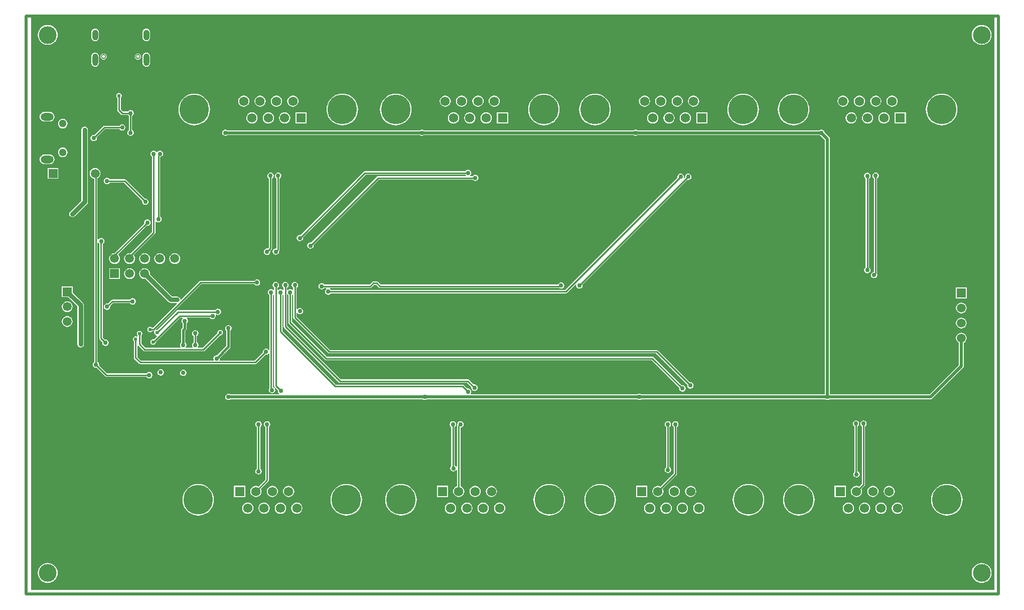
<source format=gbl>
G04*
G04 #@! TF.GenerationSoftware,Altium Limited,Altium Designer,18.1.9 (240)*
G04*
G04 Layer_Physical_Order=2*
G04 Layer_Color=16711680*
%FSLAX24Y24*%
%MOIN*%
G70*
G01*
G75*
%ADD13C,0.0100*%
%ADD18C,0.0050*%
%ADD21C,0.0200*%
%ADD71C,0.0150*%
%ADD72C,0.0300*%
%ADD73C,0.0591*%
%ADD74R,0.0591X0.0591*%
%ADD75O,0.0394X0.0827*%
%ADD76O,0.0394X0.0709*%
%ADD77C,0.1969*%
%ADD78C,0.0620*%
%ADD79R,0.0620X0.0620*%
%ADD80C,0.1181*%
%ADD81C,0.0512*%
%ADD82O,0.0866X0.0512*%
%ADD83R,0.0591X0.0591*%
%ADD84C,0.0240*%
%ADD85C,0.0300*%
G36*
X64137Y163D02*
X163D01*
X163Y38250D01*
X64137D01*
X64137Y163D01*
D02*
G37*
%LPC*%
G36*
X7801Y37467D02*
X7734Y37459D01*
X7671Y37433D01*
X7618Y37392D01*
X7576Y37338D01*
X7551Y37275D01*
X7542Y37208D01*
Y36893D01*
X7551Y36826D01*
X7576Y36764D01*
X7618Y36710D01*
X7671Y36669D01*
X7734Y36643D01*
X7801Y36634D01*
X7868Y36643D01*
X7930Y36669D01*
X7984Y36710D01*
X8025Y36764D01*
X8051Y36826D01*
X8060Y36893D01*
Y37208D01*
X8051Y37275D01*
X8025Y37338D01*
X7984Y37392D01*
X7930Y37433D01*
X7868Y37459D01*
X7801Y37467D01*
D02*
G37*
G36*
X4399D02*
X4332Y37459D01*
X4270Y37433D01*
X4216Y37392D01*
X4175Y37338D01*
X4149Y37275D01*
X4140Y37208D01*
Y36893D01*
X4149Y36826D01*
X4175Y36764D01*
X4216Y36710D01*
X4270Y36669D01*
X4332Y36643D01*
X4399Y36634D01*
X4466Y36643D01*
X4529Y36669D01*
X4582Y36710D01*
X4624Y36764D01*
X4649Y36826D01*
X4658Y36893D01*
Y37208D01*
X4649Y37275D01*
X4624Y37338D01*
X4582Y37392D01*
X4529Y37433D01*
X4466Y37459D01*
X4399Y37467D01*
D02*
G37*
G36*
X63300Y37713D02*
X63171Y37700D01*
X63046Y37663D01*
X62932Y37601D01*
X62831Y37519D01*
X62749Y37418D01*
X62687Y37304D01*
X62650Y37179D01*
X62637Y37050D01*
X62650Y36921D01*
X62687Y36796D01*
X62749Y36682D01*
X62831Y36581D01*
X62932Y36499D01*
X63046Y36437D01*
X63171Y36400D01*
X63300Y36387D01*
X63429Y36400D01*
X63554Y36437D01*
X63668Y36499D01*
X63769Y36581D01*
X63851Y36682D01*
X63913Y36796D01*
X63950Y36921D01*
X63963Y37050D01*
X63950Y37179D01*
X63913Y37304D01*
X63851Y37418D01*
X63769Y37519D01*
X63668Y37601D01*
X63554Y37663D01*
X63429Y37700D01*
X63300Y37713D01*
D02*
G37*
G36*
X1250D02*
X1121Y37700D01*
X996Y37663D01*
X882Y37601D01*
X781Y37519D01*
X699Y37418D01*
X637Y37304D01*
X600Y37179D01*
X587Y37050D01*
X600Y36921D01*
X637Y36796D01*
X699Y36682D01*
X781Y36581D01*
X882Y36499D01*
X996Y36437D01*
X1121Y36400D01*
X1250Y36387D01*
X1379Y36400D01*
X1504Y36437D01*
X1618Y36499D01*
X1719Y36581D01*
X1801Y36682D01*
X1863Y36796D01*
X1900Y36921D01*
X1913Y37050D01*
X1900Y37179D01*
X1863Y37304D01*
X1801Y37418D01*
X1719Y37519D01*
X1618Y37601D01*
X1504Y37663D01*
X1379Y37700D01*
X1250Y37713D01*
D02*
G37*
G36*
X7265Y35817D02*
X7210D01*
X7198Y35812D01*
X7186D01*
X7135Y35791D01*
X7126Y35781D01*
X7114Y35777D01*
X7075Y35738D01*
X7070Y35726D01*
X7061Y35717D01*
X7040Y35666D01*
Y35653D01*
X7035Y35641D01*
Y35586D01*
X7040Y35574D01*
Y35562D01*
X7061Y35511D01*
X7070Y35502D01*
X7075Y35490D01*
X7114Y35451D01*
X7126Y35446D01*
X7135Y35437D01*
X7186Y35416D01*
X7198D01*
X7210Y35411D01*
X7265D01*
X7277Y35416D01*
X7290D01*
X7341Y35437D01*
X7350Y35446D01*
X7362Y35451D01*
X7401Y35490D01*
X7405Y35502D01*
X7415Y35511D01*
X7436Y35562D01*
Y35574D01*
X7441Y35586D01*
Y35641D01*
X7436Y35653D01*
Y35666D01*
X7415Y35717D01*
X7405Y35726D01*
X7401Y35738D01*
X7362Y35777D01*
X7350Y35781D01*
X7341Y35791D01*
X7290Y35812D01*
X7277D01*
X7265Y35817D01*
D02*
G37*
G36*
X4990D02*
X4935D01*
X4923Y35812D01*
X4910D01*
X4859Y35791D01*
X4850Y35781D01*
X4838Y35777D01*
X4799Y35738D01*
X4795Y35726D01*
X4785Y35717D01*
X4764Y35666D01*
Y35653D01*
X4759Y35641D01*
Y35586D01*
X4764Y35574D01*
Y35562D01*
X4785Y35511D01*
X4795Y35502D01*
X4799Y35490D01*
X4838Y35451D01*
X4850Y35446D01*
X4859Y35437D01*
X4910Y35416D01*
X4923D01*
X4935Y35411D01*
X4990D01*
X5002Y35416D01*
X5014D01*
X5065Y35437D01*
X5074Y35446D01*
X5086Y35451D01*
X5125Y35490D01*
X5130Y35502D01*
X5139Y35511D01*
X5160Y35562D01*
Y35574D01*
X5165Y35586D01*
Y35641D01*
X5160Y35653D01*
Y35666D01*
X5139Y35717D01*
X5130Y35726D01*
X5125Y35738D01*
X5086Y35777D01*
X5074Y35781D01*
X5065Y35791D01*
X5014Y35812D01*
X5002D01*
X4990Y35817D01*
D02*
G37*
G36*
X7801Y35881D02*
X7734Y35872D01*
X7671Y35846D01*
X7618Y35805D01*
X7576Y35751D01*
X7551Y35689D01*
X7542Y35622D01*
Y35189D01*
X7551Y35122D01*
X7576Y35059D01*
X7618Y35005D01*
X7671Y34964D01*
X7734Y34938D01*
X7801Y34930D01*
X7868Y34938D01*
X7930Y34964D01*
X7984Y35005D01*
X8025Y35059D01*
X8051Y35122D01*
X8060Y35189D01*
Y35622D01*
X8051Y35689D01*
X8025Y35751D01*
X7984Y35805D01*
X7930Y35846D01*
X7868Y35872D01*
X7801Y35881D01*
D02*
G37*
G36*
X4399D02*
X4332Y35872D01*
X4270Y35846D01*
X4216Y35805D01*
X4175Y35751D01*
X4149Y35689D01*
X4140Y35622D01*
Y35189D01*
X4149Y35122D01*
X4175Y35059D01*
X4216Y35005D01*
X4270Y34964D01*
X4332Y34938D01*
X4399Y34930D01*
X4466Y34938D01*
X4529Y34964D01*
X4582Y35005D01*
X4624Y35059D01*
X4649Y35122D01*
X4658Y35189D01*
Y35622D01*
X4649Y35689D01*
X4624Y35751D01*
X4582Y35805D01*
X4529Y35846D01*
X4466Y35872D01*
X4399Y35881D01*
D02*
G37*
G36*
X57351Y33023D02*
X57255Y33010D01*
X57165Y32973D01*
X57087Y32914D01*
X57028Y32837D01*
X56991Y32747D01*
X56978Y32650D01*
X56991Y32553D01*
X57028Y32463D01*
X57087Y32386D01*
X57165Y32327D01*
X57255Y32290D01*
X57351Y32277D01*
X57448Y32290D01*
X57538Y32327D01*
X57615Y32386D01*
X57674Y32463D01*
X57712Y32553D01*
X57724Y32650D01*
X57712Y32747D01*
X57674Y32837D01*
X57615Y32914D01*
X57538Y32973D01*
X57448Y33010D01*
X57351Y33023D01*
D02*
G37*
G36*
X56265D02*
X56168Y33010D01*
X56078Y32973D01*
X56001Y32914D01*
X55941Y32837D01*
X55904Y32747D01*
X55891Y32650D01*
X55904Y32553D01*
X55941Y32463D01*
X56001Y32386D01*
X56078Y32327D01*
X56168Y32290D01*
X56265Y32277D01*
X56361Y32290D01*
X56451Y32327D01*
X56528Y32386D01*
X56588Y32463D01*
X56625Y32553D01*
X56638Y32650D01*
X56625Y32747D01*
X56588Y32837D01*
X56528Y32914D01*
X56451Y32973D01*
X56361Y33010D01*
X56265Y33023D01*
D02*
G37*
G36*
X55178D02*
X55081Y33010D01*
X54991Y32973D01*
X54914Y32914D01*
X54855Y32837D01*
X54818Y32747D01*
X54805Y32650D01*
X54818Y32553D01*
X54855Y32463D01*
X54914Y32386D01*
X54991Y32327D01*
X55081Y32290D01*
X55178Y32277D01*
X55275Y32290D01*
X55365Y32327D01*
X55442Y32386D01*
X55501Y32463D01*
X55538Y32553D01*
X55551Y32650D01*
X55538Y32747D01*
X55501Y32837D01*
X55442Y32914D01*
X55365Y32973D01*
X55275Y33010D01*
X55178Y33023D01*
D02*
G37*
G36*
X54091D02*
X53995Y33010D01*
X53905Y32973D01*
X53828Y32914D01*
X53768Y32837D01*
X53731Y32747D01*
X53718Y32650D01*
X53731Y32553D01*
X53768Y32463D01*
X53828Y32386D01*
X53905Y32327D01*
X53995Y32290D01*
X54091Y32277D01*
X54188Y32290D01*
X54278Y32327D01*
X54355Y32386D01*
X54415Y32463D01*
X54452Y32553D01*
X54465Y32650D01*
X54452Y32747D01*
X54415Y32837D01*
X54355Y32914D01*
X54278Y32973D01*
X54188Y33010D01*
X54091Y33023D01*
D02*
G37*
G36*
X44160D02*
X44063Y33010D01*
X43973Y32973D01*
X43896Y32914D01*
X43837Y32837D01*
X43799Y32747D01*
X43787Y32650D01*
X43799Y32553D01*
X43837Y32463D01*
X43896Y32386D01*
X43973Y32327D01*
X44063Y32290D01*
X44160Y32277D01*
X44256Y32290D01*
X44346Y32327D01*
X44424Y32386D01*
X44483Y32463D01*
X44520Y32553D01*
X44533Y32650D01*
X44520Y32747D01*
X44483Y32837D01*
X44424Y32914D01*
X44346Y32973D01*
X44256Y33010D01*
X44160Y33023D01*
D02*
G37*
G36*
X43073D02*
X42977Y33010D01*
X42887Y32973D01*
X42809Y32914D01*
X42750Y32837D01*
X42713Y32747D01*
X42700Y32650D01*
X42713Y32553D01*
X42750Y32463D01*
X42809Y32386D01*
X42887Y32327D01*
X42977Y32290D01*
X43073Y32277D01*
X43170Y32290D01*
X43260Y32327D01*
X43337Y32386D01*
X43396Y32463D01*
X43434Y32553D01*
X43446Y32650D01*
X43434Y32747D01*
X43396Y32837D01*
X43337Y32914D01*
X43260Y32973D01*
X43170Y33010D01*
X43073Y33023D01*
D02*
G37*
G36*
X41987D02*
X41890Y33010D01*
X41800Y32973D01*
X41723Y32914D01*
X41663Y32837D01*
X41626Y32747D01*
X41613Y32650D01*
X41626Y32553D01*
X41663Y32463D01*
X41723Y32386D01*
X41800Y32327D01*
X41890Y32290D01*
X41987Y32277D01*
X42083Y32290D01*
X42173Y32327D01*
X42250Y32386D01*
X42310Y32463D01*
X42347Y32553D01*
X42360Y32650D01*
X42347Y32747D01*
X42310Y32837D01*
X42250Y32914D01*
X42173Y32973D01*
X42083Y33010D01*
X41987Y33023D01*
D02*
G37*
G36*
X40900D02*
X40803Y33010D01*
X40713Y32973D01*
X40636Y32914D01*
X40577Y32837D01*
X40540Y32747D01*
X40527Y32650D01*
X40540Y32553D01*
X40577Y32463D01*
X40636Y32386D01*
X40713Y32327D01*
X40803Y32290D01*
X40900Y32277D01*
X40997Y32290D01*
X41087Y32327D01*
X41164Y32386D01*
X41223Y32463D01*
X41260Y32553D01*
X41273Y32650D01*
X41260Y32747D01*
X41223Y32837D01*
X41164Y32914D01*
X41087Y32973D01*
X40997Y33010D01*
X40900Y33023D01*
D02*
G37*
G36*
X30923D02*
X30827Y33010D01*
X30737Y32973D01*
X30659Y32914D01*
X30600Y32837D01*
X30563Y32747D01*
X30550Y32650D01*
X30563Y32553D01*
X30600Y32463D01*
X30659Y32386D01*
X30737Y32327D01*
X30827Y32290D01*
X30923Y32277D01*
X31020Y32290D01*
X31110Y32327D01*
X31187Y32386D01*
X31246Y32463D01*
X31284Y32553D01*
X31296Y32650D01*
X31284Y32747D01*
X31246Y32837D01*
X31187Y32914D01*
X31110Y32973D01*
X31020Y33010D01*
X30923Y33023D01*
D02*
G37*
G36*
X29837D02*
X29740Y33010D01*
X29650Y32973D01*
X29573Y32914D01*
X29513Y32837D01*
X29476Y32747D01*
X29463Y32650D01*
X29476Y32553D01*
X29513Y32463D01*
X29573Y32386D01*
X29650Y32327D01*
X29740Y32290D01*
X29837Y32277D01*
X29933Y32290D01*
X30023Y32327D01*
X30100Y32386D01*
X30160Y32463D01*
X30197Y32553D01*
X30210Y32650D01*
X30197Y32747D01*
X30160Y32837D01*
X30100Y32914D01*
X30023Y32973D01*
X29933Y33010D01*
X29837Y33023D01*
D02*
G37*
G36*
X28750D02*
X28653Y33010D01*
X28563Y32973D01*
X28486Y32914D01*
X28427Y32837D01*
X28390Y32747D01*
X28377Y32650D01*
X28390Y32553D01*
X28427Y32463D01*
X28486Y32386D01*
X28563Y32327D01*
X28653Y32290D01*
X28750Y32277D01*
X28847Y32290D01*
X28937Y32327D01*
X29014Y32386D01*
X29073Y32463D01*
X29110Y32553D01*
X29123Y32650D01*
X29110Y32747D01*
X29073Y32837D01*
X29014Y32914D01*
X28937Y32973D01*
X28847Y33010D01*
X28750Y33023D01*
D02*
G37*
G36*
X27663D02*
X27567Y33010D01*
X27477Y32973D01*
X27400Y32914D01*
X27340Y32837D01*
X27303Y32747D01*
X27290Y32650D01*
X27303Y32553D01*
X27340Y32463D01*
X27400Y32386D01*
X27477Y32327D01*
X27567Y32290D01*
X27663Y32277D01*
X27760Y32290D01*
X27850Y32327D01*
X27927Y32386D01*
X27987Y32463D01*
X28024Y32553D01*
X28037Y32650D01*
X28024Y32747D01*
X27987Y32837D01*
X27927Y32914D01*
X27850Y32973D01*
X27760Y33010D01*
X27663Y33023D01*
D02*
G37*
G36*
X17537D02*
X17440Y33010D01*
X17350Y32973D01*
X17273Y32914D01*
X17213Y32837D01*
X17176Y32747D01*
X17163Y32650D01*
X17176Y32553D01*
X17213Y32463D01*
X17273Y32386D01*
X17350Y32327D01*
X17440Y32290D01*
X17537Y32277D01*
X17633Y32290D01*
X17723Y32327D01*
X17800Y32386D01*
X17860Y32463D01*
X17897Y32553D01*
X17910Y32650D01*
X17897Y32747D01*
X17860Y32837D01*
X17800Y32914D01*
X17723Y32973D01*
X17633Y33010D01*
X17537Y33023D01*
D02*
G37*
G36*
X16450D02*
X16353Y33010D01*
X16263Y32973D01*
X16186Y32914D01*
X16127Y32837D01*
X16090Y32747D01*
X16077Y32650D01*
X16090Y32553D01*
X16127Y32463D01*
X16186Y32386D01*
X16263Y32327D01*
X16353Y32290D01*
X16450Y32277D01*
X16547Y32290D01*
X16637Y32327D01*
X16714Y32386D01*
X16773Y32463D01*
X16810Y32553D01*
X16823Y32650D01*
X16810Y32747D01*
X16773Y32837D01*
X16714Y32914D01*
X16637Y32973D01*
X16547Y33010D01*
X16450Y33023D01*
D02*
G37*
G36*
X15363D02*
X15267Y33010D01*
X15177Y32973D01*
X15100Y32914D01*
X15040Y32837D01*
X15003Y32747D01*
X14990Y32650D01*
X15003Y32553D01*
X15040Y32463D01*
X15100Y32386D01*
X15177Y32327D01*
X15267Y32290D01*
X15363Y32277D01*
X15460Y32290D01*
X15550Y32327D01*
X15627Y32386D01*
X15687Y32463D01*
X15724Y32553D01*
X15737Y32650D01*
X15724Y32747D01*
X15687Y32837D01*
X15627Y32914D01*
X15550Y32973D01*
X15460Y33010D01*
X15363Y33023D01*
D02*
G37*
G36*
X14277D02*
X14180Y33010D01*
X14090Y32973D01*
X14013Y32914D01*
X13954Y32837D01*
X13916Y32747D01*
X13904Y32650D01*
X13916Y32553D01*
X13954Y32463D01*
X14013Y32386D01*
X14090Y32327D01*
X14180Y32290D01*
X14277Y32277D01*
X14373Y32290D01*
X14463Y32327D01*
X14541Y32386D01*
X14600Y32463D01*
X14637Y32553D01*
X14650Y32650D01*
X14637Y32747D01*
X14600Y32837D01*
X14541Y32914D01*
X14463Y32973D01*
X14373Y33010D01*
X14277Y33023D01*
D02*
G37*
G36*
X1378Y31936D02*
X1024D01*
X941Y31925D01*
X865Y31893D01*
X799Y31843D01*
X748Y31777D01*
X716Y31700D01*
X705Y31617D01*
X716Y31535D01*
X748Y31458D01*
X799Y31392D01*
X865Y31341D01*
X941Y31310D01*
X1024Y31299D01*
X1378D01*
X1461Y31310D01*
X1538Y31341D01*
X1604Y31392D01*
X1654Y31458D01*
X1686Y31535D01*
X1697Y31617D01*
X1686Y31700D01*
X1654Y31777D01*
X1604Y31843D01*
X1538Y31893D01*
X1461Y31925D01*
X1378Y31936D01*
D02*
G37*
G36*
X58264Y31902D02*
X57524D01*
Y31162D01*
X58264D01*
Y31902D01*
D02*
G37*
G36*
X45073D02*
X44333D01*
Y31162D01*
X45073D01*
Y31902D01*
D02*
G37*
G36*
X31837D02*
X31096D01*
Y31162D01*
X31837D01*
Y31902D01*
D02*
G37*
G36*
X18450D02*
X17710D01*
Y31162D01*
X18450D01*
Y31902D01*
D02*
G37*
G36*
X56808Y31905D02*
X56711Y31892D01*
X56621Y31855D01*
X56544Y31796D01*
X56485Y31718D01*
X56447Y31628D01*
X56435Y31532D01*
X56447Y31435D01*
X56485Y31345D01*
X56544Y31268D01*
X56621Y31209D01*
X56711Y31171D01*
X56808Y31159D01*
X56904Y31171D01*
X56994Y31209D01*
X57072Y31268D01*
X57131Y31345D01*
X57168Y31435D01*
X57181Y31532D01*
X57168Y31628D01*
X57131Y31718D01*
X57072Y31796D01*
X56994Y31855D01*
X56904Y31892D01*
X56808Y31905D01*
D02*
G37*
G36*
X55721D02*
X55625Y31892D01*
X55535Y31855D01*
X55457Y31796D01*
X55398Y31718D01*
X55361Y31628D01*
X55348Y31532D01*
X55361Y31435D01*
X55398Y31345D01*
X55457Y31268D01*
X55535Y31209D01*
X55625Y31171D01*
X55721Y31159D01*
X55818Y31171D01*
X55908Y31209D01*
X55985Y31268D01*
X56044Y31345D01*
X56082Y31435D01*
X56094Y31532D01*
X56082Y31628D01*
X56044Y31718D01*
X55985Y31796D01*
X55908Y31855D01*
X55818Y31892D01*
X55721Y31905D01*
D02*
G37*
G36*
X54635D02*
X54538Y31892D01*
X54448Y31855D01*
X54371Y31796D01*
X54311Y31718D01*
X54274Y31628D01*
X54261Y31532D01*
X54274Y31435D01*
X54311Y31345D01*
X54371Y31268D01*
X54448Y31209D01*
X54538Y31171D01*
X54635Y31159D01*
X54731Y31171D01*
X54821Y31209D01*
X54899Y31268D01*
X54958Y31345D01*
X54995Y31435D01*
X55008Y31532D01*
X54995Y31628D01*
X54958Y31718D01*
X54899Y31796D01*
X54821Y31855D01*
X54731Y31892D01*
X54635Y31905D01*
D02*
G37*
G36*
X43616D02*
X43520Y31892D01*
X43430Y31855D01*
X43353Y31796D01*
X43293Y31718D01*
X43256Y31628D01*
X43243Y31532D01*
X43256Y31435D01*
X43293Y31345D01*
X43353Y31268D01*
X43430Y31209D01*
X43520Y31171D01*
X43616Y31159D01*
X43713Y31171D01*
X43803Y31209D01*
X43880Y31268D01*
X43940Y31345D01*
X43977Y31435D01*
X43990Y31532D01*
X43977Y31628D01*
X43940Y31718D01*
X43880Y31796D01*
X43803Y31855D01*
X43713Y31892D01*
X43616Y31905D01*
D02*
G37*
G36*
X42530D02*
X42433Y31892D01*
X42343Y31855D01*
X42266Y31796D01*
X42207Y31718D01*
X42169Y31628D01*
X42157Y31532D01*
X42169Y31435D01*
X42207Y31345D01*
X42266Y31268D01*
X42343Y31209D01*
X42433Y31171D01*
X42530Y31159D01*
X42626Y31171D01*
X42716Y31209D01*
X42794Y31268D01*
X42853Y31345D01*
X42890Y31435D01*
X42903Y31532D01*
X42890Y31628D01*
X42853Y31718D01*
X42794Y31796D01*
X42716Y31855D01*
X42626Y31892D01*
X42530Y31905D01*
D02*
G37*
G36*
X41443D02*
X41347Y31892D01*
X41257Y31855D01*
X41179Y31796D01*
X41120Y31718D01*
X41083Y31628D01*
X41070Y31532D01*
X41083Y31435D01*
X41120Y31345D01*
X41179Y31268D01*
X41257Y31209D01*
X41347Y31171D01*
X41443Y31159D01*
X41540Y31171D01*
X41630Y31209D01*
X41707Y31268D01*
X41766Y31345D01*
X41804Y31435D01*
X41816Y31532D01*
X41804Y31628D01*
X41766Y31718D01*
X41707Y31796D01*
X41630Y31855D01*
X41540Y31892D01*
X41443Y31905D01*
D02*
G37*
G36*
X30380D02*
X30283Y31892D01*
X30193Y31855D01*
X30116Y31796D01*
X30057Y31718D01*
X30019Y31628D01*
X30007Y31532D01*
X30019Y31435D01*
X30057Y31345D01*
X30116Y31268D01*
X30193Y31209D01*
X30283Y31171D01*
X30380Y31159D01*
X30476Y31171D01*
X30566Y31209D01*
X30644Y31268D01*
X30703Y31345D01*
X30740Y31435D01*
X30753Y31532D01*
X30740Y31628D01*
X30703Y31718D01*
X30644Y31796D01*
X30566Y31855D01*
X30476Y31892D01*
X30380Y31905D01*
D02*
G37*
G36*
X29293D02*
X29197Y31892D01*
X29107Y31855D01*
X29029Y31796D01*
X28970Y31718D01*
X28933Y31628D01*
X28920Y31532D01*
X28933Y31435D01*
X28970Y31345D01*
X29029Y31268D01*
X29107Y31209D01*
X29197Y31171D01*
X29293Y31159D01*
X29390Y31171D01*
X29480Y31209D01*
X29557Y31268D01*
X29616Y31345D01*
X29654Y31435D01*
X29666Y31532D01*
X29654Y31628D01*
X29616Y31718D01*
X29557Y31796D01*
X29480Y31855D01*
X29390Y31892D01*
X29293Y31905D01*
D02*
G37*
G36*
X28207D02*
X28110Y31892D01*
X28020Y31855D01*
X27943Y31796D01*
X27884Y31718D01*
X27846Y31628D01*
X27834Y31532D01*
X27846Y31435D01*
X27884Y31345D01*
X27943Y31268D01*
X28020Y31209D01*
X28110Y31171D01*
X28207Y31159D01*
X28303Y31171D01*
X28393Y31209D01*
X28471Y31268D01*
X28530Y31345D01*
X28567Y31435D01*
X28580Y31532D01*
X28567Y31628D01*
X28530Y31718D01*
X28471Y31796D01*
X28393Y31855D01*
X28303Y31892D01*
X28207Y31905D01*
D02*
G37*
G36*
X16993D02*
X16897Y31892D01*
X16807Y31855D01*
X16729Y31796D01*
X16670Y31718D01*
X16633Y31628D01*
X16620Y31532D01*
X16633Y31435D01*
X16670Y31345D01*
X16729Y31268D01*
X16807Y31209D01*
X16897Y31171D01*
X16993Y31159D01*
X17090Y31171D01*
X17180Y31209D01*
X17257Y31268D01*
X17316Y31345D01*
X17354Y31435D01*
X17366Y31532D01*
X17354Y31628D01*
X17316Y31718D01*
X17257Y31796D01*
X17180Y31855D01*
X17090Y31892D01*
X16993Y31905D01*
D02*
G37*
G36*
X15907D02*
X15810Y31892D01*
X15720Y31855D01*
X15643Y31796D01*
X15583Y31718D01*
X15546Y31628D01*
X15534Y31532D01*
X15546Y31435D01*
X15583Y31345D01*
X15643Y31268D01*
X15720Y31209D01*
X15810Y31171D01*
X15907Y31159D01*
X16003Y31171D01*
X16093Y31209D01*
X16171Y31268D01*
X16230Y31345D01*
X16267Y31435D01*
X16280Y31532D01*
X16267Y31628D01*
X16230Y31718D01*
X16171Y31796D01*
X16093Y31855D01*
X16003Y31892D01*
X15907Y31905D01*
D02*
G37*
G36*
X14820D02*
X14724Y31892D01*
X14634Y31855D01*
X14556Y31796D01*
X14497Y31718D01*
X14460Y31628D01*
X14447Y31532D01*
X14460Y31435D01*
X14497Y31345D01*
X14556Y31268D01*
X14634Y31209D01*
X14724Y31171D01*
X14820Y31159D01*
X14917Y31171D01*
X15007Y31209D01*
X15084Y31268D01*
X15143Y31345D01*
X15181Y31435D01*
X15193Y31532D01*
X15181Y31628D01*
X15143Y31718D01*
X15084Y31796D01*
X15007Y31855D01*
X14917Y31892D01*
X14820Y31905D01*
D02*
G37*
G36*
X60642Y33138D02*
X60479Y33125D01*
X60319Y33087D01*
X60167Y33024D01*
X60027Y32938D01*
X59902Y32832D01*
X59795Y32707D01*
X59709Y32566D01*
X59646Y32415D01*
X59608Y32255D01*
X59595Y32091D01*
X59608Y31927D01*
X59646Y31767D01*
X59709Y31615D01*
X59795Y31475D01*
X59902Y31350D01*
X60027Y31243D01*
X60167Y31158D01*
X60319Y31095D01*
X60479Y31056D01*
X60642Y31043D01*
X60806Y31056D01*
X60966Y31095D01*
X61118Y31158D01*
X61258Y31243D01*
X61383Y31350D01*
X61490Y31475D01*
X61576Y31615D01*
X61639Y31767D01*
X61677Y31927D01*
X61690Y32091D01*
X61677Y32255D01*
X61639Y32415D01*
X61576Y32566D01*
X61490Y32707D01*
X61383Y32832D01*
X61258Y32938D01*
X61118Y33024D01*
X60966Y33087D01*
X60806Y33125D01*
X60642Y33138D01*
D02*
G37*
G36*
X50800D02*
X50636Y33125D01*
X50476Y33087D01*
X50324Y33024D01*
X50184Y32938D01*
X50059Y32832D01*
X49953Y32707D01*
X49867Y32566D01*
X49804Y32415D01*
X49765Y32255D01*
X49753Y32091D01*
X49765Y31927D01*
X49804Y31767D01*
X49867Y31615D01*
X49953Y31475D01*
X50059Y31350D01*
X50184Y31243D01*
X50324Y31158D01*
X50476Y31095D01*
X50636Y31056D01*
X50800Y31043D01*
X50964Y31056D01*
X51124Y31095D01*
X51276Y31158D01*
X51416Y31243D01*
X51541Y31350D01*
X51647Y31475D01*
X51733Y31615D01*
X51796Y31767D01*
X51835Y31927D01*
X51847Y32091D01*
X51835Y32255D01*
X51796Y32415D01*
X51733Y32566D01*
X51647Y32707D01*
X51541Y32832D01*
X51416Y32938D01*
X51276Y33024D01*
X51124Y33087D01*
X50964Y33125D01*
X50800Y33138D01*
D02*
G37*
G36*
X47451D02*
X47287Y33125D01*
X47127Y33087D01*
X46976Y33024D01*
X46835Y32938D01*
X46710Y32832D01*
X46604Y32707D01*
X46518Y32566D01*
X46455Y32415D01*
X46417Y32255D01*
X46404Y32091D01*
X46417Y31927D01*
X46455Y31767D01*
X46518Y31615D01*
X46604Y31475D01*
X46710Y31350D01*
X46835Y31243D01*
X46976Y31158D01*
X47127Y31095D01*
X47287Y31056D01*
X47451Y31043D01*
X47615Y31056D01*
X47775Y31095D01*
X47927Y31158D01*
X48067Y31243D01*
X48192Y31350D01*
X48299Y31475D01*
X48384Y31615D01*
X48447Y31767D01*
X48486Y31927D01*
X48499Y32091D01*
X48486Y32255D01*
X48447Y32415D01*
X48384Y32566D01*
X48299Y32707D01*
X48192Y32832D01*
X48067Y32938D01*
X47927Y33024D01*
X47775Y33087D01*
X47615Y33125D01*
X47451Y33138D01*
D02*
G37*
G36*
X37609D02*
X37445Y33125D01*
X37285Y33087D01*
X37133Y33024D01*
X36993Y32938D01*
X36868Y32832D01*
X36761Y32707D01*
X36675Y32566D01*
X36612Y32415D01*
X36574Y32255D01*
X36561Y32091D01*
X36574Y31927D01*
X36612Y31767D01*
X36675Y31615D01*
X36761Y31475D01*
X36868Y31350D01*
X36993Y31243D01*
X37133Y31158D01*
X37285Y31095D01*
X37445Y31056D01*
X37609Y31043D01*
X37772Y31056D01*
X37932Y31095D01*
X38084Y31158D01*
X38224Y31243D01*
X38349Y31350D01*
X38456Y31475D01*
X38542Y31615D01*
X38605Y31767D01*
X38643Y31927D01*
X38656Y32091D01*
X38643Y32255D01*
X38605Y32415D01*
X38542Y32566D01*
X38456Y32707D01*
X38349Y32832D01*
X38224Y32938D01*
X38084Y33024D01*
X37932Y33087D01*
X37772Y33125D01*
X37609Y33138D01*
D02*
G37*
G36*
X34214D02*
X34051Y33125D01*
X33891Y33087D01*
X33739Y33024D01*
X33599Y32938D01*
X33474Y32832D01*
X33367Y32707D01*
X33281Y32566D01*
X33218Y32415D01*
X33180Y32255D01*
X33167Y32091D01*
X33180Y31927D01*
X33218Y31767D01*
X33281Y31615D01*
X33367Y31475D01*
X33474Y31350D01*
X33599Y31243D01*
X33739Y31158D01*
X33891Y31095D01*
X34051Y31056D01*
X34214Y31043D01*
X34378Y31056D01*
X34538Y31095D01*
X34690Y31158D01*
X34830Y31243D01*
X34955Y31350D01*
X35062Y31475D01*
X35148Y31615D01*
X35211Y31767D01*
X35249Y31927D01*
X35262Y32091D01*
X35249Y32255D01*
X35211Y32415D01*
X35148Y32566D01*
X35062Y32707D01*
X34955Y32832D01*
X34830Y32938D01*
X34690Y33024D01*
X34538Y33087D01*
X34378Y33125D01*
X34214Y33138D01*
D02*
G37*
G36*
X24372D02*
X24208Y33125D01*
X24048Y33087D01*
X23896Y33024D01*
X23756Y32938D01*
X23631Y32832D01*
X23525Y32707D01*
X23439Y32566D01*
X23376Y32415D01*
X23337Y32255D01*
X23325Y32091D01*
X23337Y31927D01*
X23376Y31767D01*
X23439Y31615D01*
X23525Y31475D01*
X23631Y31350D01*
X23756Y31243D01*
X23896Y31158D01*
X24048Y31095D01*
X24208Y31056D01*
X24372Y31043D01*
X24536Y31056D01*
X24696Y31095D01*
X24848Y31158D01*
X24988Y31243D01*
X25113Y31350D01*
X25219Y31475D01*
X25305Y31615D01*
X25368Y31767D01*
X25407Y31927D01*
X25419Y32091D01*
X25407Y32255D01*
X25368Y32415D01*
X25305Y32566D01*
X25219Y32707D01*
X25113Y32832D01*
X24988Y32938D01*
X24848Y33024D01*
X24696Y33087D01*
X24536Y33125D01*
X24372Y33138D01*
D02*
G37*
G36*
X20828D02*
X20664Y33125D01*
X20504Y33087D01*
X20352Y33024D01*
X20212Y32938D01*
X20087Y32832D01*
X19980Y32707D01*
X19895Y32566D01*
X19832Y32415D01*
X19793Y32255D01*
X19780Y32091D01*
X19793Y31927D01*
X19832Y31767D01*
X19895Y31615D01*
X19980Y31475D01*
X20087Y31350D01*
X20212Y31243D01*
X20352Y31158D01*
X20504Y31095D01*
X20664Y31056D01*
X20828Y31043D01*
X20992Y31056D01*
X21152Y31095D01*
X21303Y31158D01*
X21444Y31243D01*
X21569Y31350D01*
X21675Y31475D01*
X21761Y31615D01*
X21824Y31767D01*
X21862Y31927D01*
X21875Y32091D01*
X21862Y32255D01*
X21824Y32415D01*
X21761Y32566D01*
X21675Y32707D01*
X21569Y32832D01*
X21444Y32938D01*
X21303Y33024D01*
X21152Y33087D01*
X20992Y33125D01*
X20828Y33138D01*
D02*
G37*
G36*
X10985D02*
X10822Y33125D01*
X10662Y33087D01*
X10510Y33024D01*
X10370Y32938D01*
X10245Y32832D01*
X10138Y32707D01*
X10052Y32566D01*
X9989Y32415D01*
X9951Y32255D01*
X9938Y32091D01*
X9951Y31927D01*
X9989Y31767D01*
X10052Y31615D01*
X10138Y31475D01*
X10245Y31350D01*
X10370Y31243D01*
X10510Y31158D01*
X10662Y31095D01*
X10822Y31056D01*
X10985Y31043D01*
X11149Y31056D01*
X11309Y31095D01*
X11461Y31158D01*
X11601Y31243D01*
X11726Y31350D01*
X11833Y31475D01*
X11919Y31615D01*
X11982Y31767D01*
X12020Y31927D01*
X12033Y32091D01*
X12020Y32255D01*
X11982Y32415D01*
X11919Y32566D01*
X11833Y32707D01*
X11726Y32832D01*
X11601Y32938D01*
X11461Y33024D01*
X11309Y33087D01*
X11149Y33125D01*
X10985Y33138D01*
D02*
G37*
G36*
X6198Y31114D02*
X6116Y31098D01*
X6047Y31051D01*
X6021Y31012D01*
X5000D01*
X5000Y31012D01*
X4957Y31004D01*
X4921Y30979D01*
X4346Y30405D01*
X4300Y30414D01*
X4218Y30398D01*
X4149Y30351D01*
X4102Y30282D01*
X4086Y30200D01*
X4102Y30118D01*
X4149Y30049D01*
X4218Y30002D01*
X4300Y29986D01*
X4382Y30002D01*
X4451Y30049D01*
X4498Y30118D01*
X4514Y30200D01*
X4505Y30246D01*
X5046Y30788D01*
X6021D01*
X6047Y30749D01*
X6116Y30702D01*
X6198Y30686D01*
X6280Y30702D01*
X6350Y30749D01*
X6396Y30818D01*
X6413Y30900D01*
X6396Y30982D01*
X6350Y31051D01*
X6280Y31098D01*
X6198Y31114D01*
D02*
G37*
G36*
X2252Y31473D02*
X2170Y31463D01*
X2093Y31431D01*
X2027Y31380D01*
X1976Y31314D01*
X1945Y31237D01*
X1934Y31155D01*
X1945Y31072D01*
X1976Y30995D01*
X2027Y30929D01*
X2093Y30879D01*
X2170Y30847D01*
X2252Y30836D01*
X2335Y30847D01*
X2412Y30879D01*
X2478Y30929D01*
X2528Y30995D01*
X2560Y31072D01*
X2571Y31155D01*
X2560Y31237D01*
X2528Y31314D01*
X2478Y31380D01*
X2412Y31431D01*
X2335Y31463D01*
X2252Y31473D01*
D02*
G37*
G36*
X52647Y30764D02*
X52565Y30748D01*
X52513Y30713D01*
X40434D01*
X40382Y30748D01*
X40300Y30764D01*
X40218Y30748D01*
X40166Y30713D01*
X26234D01*
X26182Y30748D01*
X26100Y30764D01*
X26018Y30748D01*
X25966Y30713D01*
X13184D01*
X13132Y30748D01*
X13050Y30764D01*
X12968Y30748D01*
X12899Y30701D01*
X12852Y30632D01*
X12836Y30550D01*
X12852Y30468D01*
X12899Y30399D01*
X12968Y30352D01*
X13050Y30336D01*
X13132Y30352D01*
X13184Y30387D01*
X25966D01*
X26018Y30352D01*
X26100Y30336D01*
X26182Y30352D01*
X26234Y30387D01*
X40166D01*
X40218Y30352D01*
X40300Y30336D01*
X40382Y30352D01*
X40434Y30387D01*
X52513D01*
X52565Y30352D01*
X52626Y30340D01*
X52887Y30079D01*
Y13163D01*
X40684D01*
X40632Y13198D01*
X40550Y13214D01*
X40468Y13198D01*
X40416Y13163D01*
X29356D01*
X29336Y13213D01*
X29373Y13268D01*
X29389Y13350D01*
X29373Y13432D01*
X29326Y13501D01*
X29257Y13548D01*
X29175Y13564D01*
X29128Y13555D01*
X28904Y13779D01*
X28868Y13804D01*
X28825Y13812D01*
X28825Y13812D01*
X20396D01*
X16835Y17374D01*
Y19772D01*
X16874Y19799D01*
X16876Y19801D01*
X16926Y19786D01*
Y17680D01*
X16926Y17680D01*
X16934Y17637D01*
X16958Y17600D01*
X20588Y13971D01*
X20588Y13971D01*
X20624Y13946D01*
X20667Y13938D01*
X29114D01*
X29395Y13656D01*
X29386Y13610D01*
X29402Y13528D01*
X29449Y13459D01*
X29518Y13412D01*
X29600Y13396D01*
X29682Y13412D01*
X29751Y13459D01*
X29798Y13528D01*
X29814Y13610D01*
X29798Y13692D01*
X29751Y13761D01*
X29682Y13808D01*
X29600Y13824D01*
X29554Y13815D01*
X29239Y14129D01*
X29203Y14154D01*
X29160Y14162D01*
X29160Y14162D01*
X20714D01*
X17150Y17726D01*
Y19786D01*
X17200Y19801D01*
X17201Y19799D01*
X17241Y19772D01*
Y17943D01*
X17241Y17943D01*
X17249Y17900D01*
X17273Y17864D01*
X19666Y15471D01*
X19666Y15471D01*
X19703Y15446D01*
X19746Y15438D01*
X19746Y15438D01*
X41381D01*
X43218Y13601D01*
X43209Y13555D01*
X43225Y13473D01*
X43272Y13403D01*
X43341Y13357D01*
X43423Y13341D01*
X43505Y13357D01*
X43575Y13403D01*
X43621Y13473D01*
X43637Y13555D01*
X43621Y13637D01*
X43575Y13706D01*
X43505Y13753D01*
X43423Y13769D01*
X43377Y13760D01*
X41507Y15629D01*
X41471Y15654D01*
X41428Y15662D01*
X41428Y15662D01*
X19792D01*
X17465Y17989D01*
Y19772D01*
X17504Y19799D01*
X17506Y19801D01*
X17556Y19786D01*
Y18282D01*
X17556Y18282D01*
X17564Y18239D01*
X17588Y18203D01*
X19871Y15921D01*
X19871Y15921D01*
X19907Y15896D01*
X19950Y15888D01*
X19950Y15888D01*
X41654D01*
X43740Y13801D01*
X43731Y13755D01*
X43748Y13673D01*
X43794Y13603D01*
X43863Y13557D01*
X43945Y13541D01*
X44027Y13557D01*
X44097Y13603D01*
X44143Y13673D01*
X44159Y13755D01*
X44143Y13837D01*
X44097Y13906D01*
X44027Y13952D01*
X43945Y13969D01*
X43899Y13960D01*
X41779Y16079D01*
X41743Y16104D01*
X41700Y16112D01*
X41700Y16112D01*
X19996D01*
X17780Y18329D01*
Y18561D01*
X17830Y18577D01*
X17849Y18549D01*
X17918Y18502D01*
X18000Y18486D01*
X18082Y18502D01*
X18151Y18549D01*
X18198Y18618D01*
X18214Y18700D01*
X18198Y18782D01*
X18151Y18851D01*
X18082Y18898D01*
X18000Y18914D01*
X17918Y18898D01*
X17849Y18851D01*
X17830Y18823D01*
X17780Y18839D01*
Y20252D01*
X17819Y20279D01*
X17866Y20348D01*
X17882Y20430D01*
X17866Y20512D01*
X17819Y20581D01*
X17750Y20628D01*
X17668Y20644D01*
X17586Y20628D01*
X17516Y20581D01*
X17470Y20512D01*
X17454Y20430D01*
X17470Y20348D01*
X17516Y20279D01*
X17556Y20252D01*
Y20114D01*
X17506Y20099D01*
X17504Y20101D01*
X17435Y20148D01*
X17353Y20164D01*
X17271Y20148D01*
X17201Y20101D01*
X17200Y20099D01*
X17150Y20114D01*
Y20252D01*
X17189Y20279D01*
X17236Y20348D01*
X17252Y20430D01*
X17236Y20512D01*
X17189Y20581D01*
X17120Y20628D01*
X17038Y20644D01*
X16956Y20628D01*
X16886Y20581D01*
X16840Y20512D01*
X16824Y20430D01*
X16840Y20348D01*
X16886Y20279D01*
X16926Y20252D01*
Y20114D01*
X16876Y20099D01*
X16874Y20101D01*
X16805Y20148D01*
X16723Y20164D01*
X16641Y20148D01*
X16571Y20101D01*
X16570Y20099D01*
X16520Y20114D01*
Y20252D01*
X16559Y20279D01*
X16606Y20348D01*
X16622Y20430D01*
X16606Y20512D01*
X16559Y20581D01*
X16490Y20628D01*
X16408Y20644D01*
X16326Y20628D01*
X16256Y20581D01*
X16210Y20512D01*
X16194Y20430D01*
X16210Y20348D01*
X16256Y20279D01*
X16296Y20252D01*
Y20114D01*
X16246Y20099D01*
X16244Y20101D01*
X16175Y20148D01*
X16093Y20164D01*
X16011Y20148D01*
X15942Y20101D01*
X15895Y20032D01*
X15879Y19950D01*
X15895Y19868D01*
X15942Y19799D01*
X15981Y19772D01*
Y16123D01*
X15931Y16107D01*
X15901Y16151D01*
X15832Y16198D01*
X15750Y16214D01*
X15668Y16198D01*
X15599Y16151D01*
X15552Y16082D01*
X15536Y16000D01*
X15545Y15954D01*
X14994Y15402D01*
X12676D01*
X12653Y15446D01*
X12667Y15468D01*
X12683Y15550D01*
X12680Y15566D01*
X13350Y16237D01*
X13380Y16281D01*
X13391Y16334D01*
X13391Y16334D01*
Y17393D01*
X13405Y17402D01*
X13451Y17471D01*
X13467Y17553D01*
X13451Y17635D01*
X13405Y17705D01*
X13335Y17751D01*
X13253Y17767D01*
X13171Y17751D01*
X13102Y17705D01*
X13055Y17635D01*
X13039Y17553D01*
X13055Y17471D01*
X13102Y17402D01*
X13116Y17393D01*
Y16391D01*
X12486Y15761D01*
X12469Y15764D01*
X12387Y15748D01*
X12318Y15701D01*
X12271Y15632D01*
X12255Y15550D01*
X12271Y15468D01*
X12286Y15446D01*
X12262Y15402D01*
X7444D01*
X7207Y15639D01*
Y16420D01*
X7257Y16433D01*
X7274Y16408D01*
X7611Y16071D01*
X7611Y16071D01*
X7647Y16046D01*
X7690Y16038D01*
X7690Y16038D01*
X11595D01*
X11595Y16038D01*
X11638Y16046D01*
X11674Y16071D01*
X12679Y17076D01*
X12700Y17071D01*
X12770Y17085D01*
X12830Y17125D01*
X12870Y17185D01*
X12884Y17255D01*
X12870Y17325D01*
X12830Y17385D01*
X12770Y17425D01*
X12700Y17439D01*
X12630Y17425D01*
X12570Y17385D01*
X12530Y17325D01*
X12516Y17255D01*
X12521Y17234D01*
X11549Y16262D01*
X11230D01*
X11210Y16312D01*
X11248Y16368D01*
X11264Y16450D01*
X11248Y16532D01*
X11201Y16601D01*
X11162Y16628D01*
Y17043D01*
X11201Y17069D01*
X11248Y17139D01*
X11264Y17221D01*
X11248Y17303D01*
X11201Y17372D01*
X11132Y17418D01*
X11050Y17435D01*
X10968Y17418D01*
X10899Y17372D01*
X10852Y17303D01*
X10836Y17221D01*
X10852Y17139D01*
X10899Y17069D01*
X10938Y17043D01*
Y16628D01*
X10899Y16601D01*
X10852Y16532D01*
X10836Y16450D01*
X10852Y16368D01*
X10890Y16312D01*
X10870Y16262D01*
X10430D01*
X10410Y16312D01*
X10448Y16368D01*
X10464Y16450D01*
X10448Y16532D01*
X10401Y16601D01*
X10388Y16611D01*
Y17393D01*
X10447Y17453D01*
X10477Y17497D01*
X10488Y17550D01*
X10488Y17550D01*
Y17889D01*
X10501Y17899D01*
X10548Y17968D01*
X10564Y18050D01*
X10548Y18132D01*
X10501Y18201D01*
X10492Y18208D01*
X10507Y18258D01*
X12019D01*
X12045Y18219D01*
X12115Y18172D01*
X12197Y18156D01*
X12279Y18172D01*
X12348Y18219D01*
X12395Y18288D01*
X12411Y18370D01*
X12397Y18439D01*
X12430Y18469D01*
X12438Y18472D01*
X12468Y18452D01*
X12550Y18436D01*
X12632Y18452D01*
X12701Y18499D01*
X12748Y18568D01*
X12764Y18650D01*
X12748Y18732D01*
X12701Y18801D01*
X12632Y18848D01*
X12550Y18864D01*
X12468Y18848D01*
X12399Y18801D01*
X12372Y18762D01*
X9898D01*
X9855Y18754D01*
X9819Y18729D01*
X9819Y18729D01*
X8524Y17434D01*
X8503Y17439D01*
X8459Y17430D01*
X8434Y17476D01*
X11446Y20488D01*
X14970D01*
X14997Y20449D01*
X15066Y20402D01*
X15148Y20386D01*
X15230Y20402D01*
X15299Y20449D01*
X15346Y20518D01*
X15362Y20600D01*
X15346Y20682D01*
X15299Y20751D01*
X15230Y20798D01*
X15148Y20814D01*
X15066Y20798D01*
X14997Y20751D01*
X14970Y20712D01*
X11400D01*
X11400Y20712D01*
X11357Y20704D01*
X11321Y20679D01*
X11321Y20679D01*
X10109Y19468D01*
X10055Y19484D01*
X10045Y19535D01*
X9998Y19605D01*
X9929Y19651D01*
X9847Y19667D01*
X9513D01*
X8039Y21141D01*
X8045Y21191D01*
X8033Y21283D01*
X7997Y21370D01*
X7941Y21444D01*
X7866Y21501D01*
X7780Y21537D01*
X7687Y21549D01*
X7594Y21537D01*
X7508Y21501D01*
X7434Y21444D01*
X7377Y21370D01*
X7341Y21283D01*
X7329Y21191D01*
X7341Y21098D01*
X7377Y21011D01*
X7434Y20937D01*
X7508Y20880D01*
X7594Y20844D01*
X7687Y20832D01*
X7736Y20839D01*
X9273Y19302D01*
X9343Y19255D01*
X9425Y19239D01*
X9810D01*
X9830Y19189D01*
X8241Y17599D01*
X8188Y17603D01*
X8183Y17611D01*
X8123Y17651D01*
X8053Y17665D01*
X7983Y17651D01*
X7923Y17611D01*
X7884Y17551D01*
X7870Y17481D01*
X7884Y17411D01*
X7923Y17351D01*
X7983Y17312D01*
X8053Y17298D01*
X8123Y17312D01*
X8183Y17351D01*
X8195Y17369D01*
X8281D01*
X8281Y17369D01*
X8306Y17374D01*
X8337Y17331D01*
X8334Y17325D01*
X8320Y17255D01*
X8334Y17185D01*
X8373Y17125D01*
X8433Y17085D01*
X8488Y17075D01*
X8510Y17026D01*
X8302Y16818D01*
X8253Y16827D01*
X8183Y16813D01*
X8123Y16773D01*
X8084Y16714D01*
X8070Y16644D01*
X8084Y16573D01*
X8123Y16514D01*
X8183Y16474D01*
X8253Y16460D01*
X8323Y16474D01*
X8383Y16514D01*
X8423Y16573D01*
X8435Y16634D01*
X10059Y18258D01*
X10193D01*
X10208Y18208D01*
X10199Y18201D01*
X10152Y18132D01*
X10136Y18050D01*
X10152Y17968D01*
X10199Y17899D01*
X10212Y17889D01*
Y17607D01*
X10153Y17547D01*
X10123Y17503D01*
X10112Y17450D01*
Y16611D01*
X10099Y16601D01*
X10052Y16532D01*
X10036Y16450D01*
X10052Y16368D01*
X10090Y16312D01*
X10070Y16262D01*
X7737D01*
X7465Y16534D01*
Y17049D01*
X7483Y17061D01*
X7523Y17120D01*
X7537Y17191D01*
X7523Y17261D01*
X7483Y17320D01*
X7423Y17360D01*
X7353Y17374D01*
X7283Y17360D01*
X7223Y17320D01*
X7184Y17261D01*
X7170Y17191D01*
X7184Y17120D01*
X7221Y17064D01*
X7223Y17057D01*
X7220Y17033D01*
X7169Y17008D01*
X7165Y17010D01*
X7095Y17024D01*
X7025Y17010D01*
X6965Y16970D01*
X6925Y16911D01*
X6912Y16841D01*
X6925Y16770D01*
X6965Y16711D01*
X6983Y16699D01*
Y15593D01*
X6983Y15593D01*
X6991Y15550D01*
X7016Y15514D01*
X7319Y15211D01*
X7319Y15211D01*
X7355Y15186D01*
X7398Y15178D01*
X7398Y15178D01*
X15040D01*
X15040Y15178D01*
X15083Y15186D01*
X15119Y15211D01*
X15704Y15795D01*
X15750Y15786D01*
X15832Y15802D01*
X15901Y15849D01*
X15931Y15893D01*
X15981Y15877D01*
Y13575D01*
X15952Y13532D01*
X15936Y13450D01*
X15952Y13368D01*
X15999Y13299D01*
X16068Y13252D01*
X16150Y13236D01*
X16232Y13252D01*
X16301Y13299D01*
X16348Y13368D01*
X16364Y13450D01*
X16348Y13532D01*
X16301Y13601D01*
X16232Y13648D01*
X16205Y13653D01*
Y19772D01*
X16244Y19799D01*
X16246Y19801D01*
X16296Y19786D01*
Y13742D01*
X16296Y13742D01*
X16304Y13699D01*
X16329Y13663D01*
X16545Y13446D01*
X16536Y13400D01*
X16552Y13318D01*
X16599Y13249D01*
X16652Y13213D01*
X16637Y13163D01*
X13384D01*
X13332Y13198D01*
X13250Y13214D01*
X13168Y13198D01*
X13099Y13151D01*
X13052Y13082D01*
X13036Y13000D01*
X13052Y12918D01*
X13099Y12849D01*
X13168Y12802D01*
X13250Y12786D01*
X13332Y12802D01*
X13384Y12837D01*
X26164D01*
X26216Y12802D01*
X26298Y12786D01*
X26380Y12802D01*
X26432Y12837D01*
X40416D01*
X40468Y12802D01*
X40550Y12786D01*
X40632Y12802D01*
X40684Y12837D01*
X52916D01*
X52968Y12802D01*
X53050Y12786D01*
X53132Y12802D01*
X53184Y12837D01*
X59900D01*
X59962Y12849D01*
X60015Y12885D01*
X62065Y14935D01*
X62101Y14988D01*
X62113Y15050D01*
Y16583D01*
X62129Y16590D01*
X62203Y16647D01*
X62260Y16721D01*
X62296Y16807D01*
X62308Y16900D01*
X62296Y16993D01*
X62260Y17079D01*
X62203Y17153D01*
X62129Y17210D01*
X62043Y17246D01*
X61950Y17258D01*
X61857Y17246D01*
X61771Y17210D01*
X61697Y17153D01*
X61640Y17079D01*
X61604Y16993D01*
X61592Y16900D01*
X61604Y16807D01*
X61640Y16721D01*
X61697Y16647D01*
X61771Y16590D01*
X61787Y16583D01*
Y15118D01*
X59832Y13163D01*
X53213D01*
Y30147D01*
X53201Y30209D01*
X53165Y30262D01*
X52857Y30571D01*
X52845Y30632D01*
X52798Y30701D01*
X52729Y30748D01*
X52647Y30764D01*
D02*
G37*
G36*
X5993Y33191D02*
X5922Y33177D01*
X5863Y33137D01*
X5823Y33078D01*
X5809Y33007D01*
X5823Y32937D01*
X5863Y32878D01*
X5881Y32866D01*
Y32057D01*
X5881Y32057D01*
X5889Y32014D01*
X5913Y31978D01*
X6121Y31771D01*
X6121Y31771D01*
X6157Y31746D01*
X6200Y31738D01*
X6200Y31738D01*
X6572D01*
X6599Y31699D01*
X6638Y31672D01*
Y30728D01*
X6599Y30701D01*
X6552Y30632D01*
X6536Y30550D01*
X6552Y30468D01*
X6599Y30399D01*
X6668Y30352D01*
X6750Y30336D01*
X6832Y30352D01*
X6901Y30399D01*
X6948Y30468D01*
X6964Y30550D01*
X6948Y30632D01*
X6901Y30701D01*
X6862Y30728D01*
Y31672D01*
X6901Y31699D01*
X6948Y31768D01*
X6964Y31850D01*
X6948Y31932D01*
X6901Y32001D01*
X6832Y32048D01*
X6750Y32064D01*
X6668Y32048D01*
X6599Y32001D01*
X6572Y31962D01*
X6246D01*
X6105Y32104D01*
Y32866D01*
X6122Y32878D01*
X6162Y32937D01*
X6176Y33007D01*
X6162Y33078D01*
X6122Y33137D01*
X6063Y33177D01*
X5993Y33191D01*
D02*
G37*
G36*
X8700Y29364D02*
X8618Y29348D01*
X8549Y29301D01*
X8520Y29259D01*
X8460Y29259D01*
X8439Y29292D01*
X8369Y29338D01*
X8287Y29355D01*
X8205Y29338D01*
X8136Y29292D01*
X8089Y29222D01*
X8073Y29141D01*
X8089Y29059D01*
X8136Y28989D01*
X8175Y28963D01*
Y23955D01*
X6759Y22539D01*
X6687Y22549D01*
X6594Y22537D01*
X6508Y22501D01*
X6434Y22444D01*
X6377Y22370D01*
X6341Y22283D01*
X6329Y22191D01*
X6341Y22098D01*
X6377Y22011D01*
X6434Y21937D01*
X6508Y21880D01*
X6594Y21844D01*
X6687Y21832D01*
X6780Y21844D01*
X6866Y21880D01*
X6941Y21937D01*
X6997Y22011D01*
X7033Y22098D01*
X7045Y22191D01*
X7033Y22283D01*
X6997Y22370D01*
X6958Y22421D01*
X8366Y23829D01*
X8366Y23829D01*
X8391Y23866D01*
X8399Y23909D01*
X8399Y23909D01*
Y24645D01*
X8449Y24661D01*
X8518Y24615D01*
X8600Y24599D01*
X8682Y24615D01*
X8751Y24661D01*
X8798Y24731D01*
X8814Y24813D01*
X8798Y24895D01*
X8751Y24964D01*
X8712Y24990D01*
Y28938D01*
X8782Y28952D01*
X8851Y28999D01*
X8898Y29068D01*
X8914Y29150D01*
X8898Y29232D01*
X8851Y29301D01*
X8782Y29348D01*
X8700Y29364D01*
D02*
G37*
G36*
X2252Y29564D02*
X2170Y29553D01*
X2093Y29521D01*
X2027Y29471D01*
X1976Y29405D01*
X1945Y29328D01*
X1934Y29245D01*
X1945Y29163D01*
X1976Y29086D01*
X2027Y29020D01*
X2093Y28969D01*
X2170Y28938D01*
X2252Y28927D01*
X2335Y28938D01*
X2412Y28969D01*
X2478Y29020D01*
X2528Y29086D01*
X2560Y29163D01*
X2571Y29245D01*
X2560Y29328D01*
X2528Y29405D01*
X2478Y29471D01*
X2412Y29521D01*
X2335Y29553D01*
X2252Y29564D01*
D02*
G37*
G36*
X1378Y29101D02*
X1024D01*
X941Y29090D01*
X865Y29059D01*
X799Y29008D01*
X748Y28942D01*
X716Y28865D01*
X705Y28783D01*
X716Y28700D01*
X748Y28623D01*
X799Y28557D01*
X865Y28507D01*
X941Y28475D01*
X1024Y28464D01*
X1378D01*
X1461Y28475D01*
X1538Y28507D01*
X1604Y28557D01*
X1654Y28623D01*
X1686Y28700D01*
X1697Y28783D01*
X1686Y28865D01*
X1654Y28942D01*
X1604Y29008D01*
X1538Y29059D01*
X1461Y29090D01*
X1378Y29101D01*
D02*
G37*
G36*
X29175Y28088D02*
X29093Y28072D01*
X29023Y28025D01*
X28997Y27986D01*
X22324D01*
X22324Y27986D01*
X22281Y27977D01*
X22245Y27953D01*
X22245Y27953D01*
X18046Y23755D01*
X18000Y23764D01*
X17918Y23748D01*
X17849Y23701D01*
X17802Y23632D01*
X17786Y23550D01*
X17802Y23468D01*
X17849Y23399D01*
X17918Y23352D01*
X18000Y23336D01*
X18082Y23352D01*
X18151Y23399D01*
X18198Y23468D01*
X18214Y23550D01*
X18205Y23596D01*
X22370Y27762D01*
X28997D01*
X29023Y27722D01*
X29039Y27712D01*
X29024Y27662D01*
X23200D01*
X23200Y27662D01*
X23157Y27654D01*
X23121Y27629D01*
X18746Y23255D01*
X18700Y23264D01*
X18618Y23248D01*
X18549Y23201D01*
X18502Y23132D01*
X18486Y23050D01*
X18502Y22968D01*
X18549Y22899D01*
X18618Y22852D01*
X18700Y22836D01*
X18782Y22852D01*
X18851Y22899D01*
X18898Y22968D01*
X18914Y23050D01*
X18905Y23096D01*
X23246Y27438D01*
X29472D01*
X29499Y27399D01*
X29568Y27352D01*
X29650Y27336D01*
X29732Y27352D01*
X29801Y27399D01*
X29848Y27468D01*
X29864Y27550D01*
X29848Y27632D01*
X29801Y27701D01*
X29732Y27748D01*
X29650Y27764D01*
X29568Y27748D01*
X29499Y27701D01*
X29472Y27662D01*
X29326D01*
X29311Y27712D01*
X29326Y27722D01*
X29373Y27792D01*
X29389Y27874D01*
X29373Y27956D01*
X29326Y28025D01*
X29257Y28072D01*
X29175Y28088D01*
D02*
G37*
G36*
X43800Y27838D02*
X43718Y27822D01*
X43649Y27775D01*
X43602Y27706D01*
X43586Y27624D01*
X43595Y27578D01*
X43541Y27524D01*
X43540Y27524D01*
X43500Y27553D01*
X43514Y27624D01*
X43498Y27706D01*
X43451Y27775D01*
X43382Y27822D01*
X43300Y27838D01*
X43218Y27822D01*
X43149Y27775D01*
X43102Y27706D01*
X43086Y27624D01*
X43095Y27578D01*
X35623Y20106D01*
X20063D01*
X20037Y20145D01*
X20013Y20161D01*
X20002Y20229D01*
X20010Y20238D01*
X22682D01*
X22682Y20238D01*
X22725Y20246D01*
X22762Y20271D01*
X22939Y20448D01*
X23061D01*
X23238Y20271D01*
X23238Y20271D01*
X23275Y20246D01*
X23318Y20238D01*
X23318Y20238D01*
X35215D01*
X35268Y20202D01*
X35350Y20186D01*
X35432Y20202D01*
X35501Y20249D01*
X35548Y20318D01*
X35564Y20400D01*
X35548Y20482D01*
X35501Y20551D01*
X35432Y20598D01*
X35350Y20614D01*
X35268Y20598D01*
X35199Y20551D01*
X35152Y20482D01*
X35148Y20462D01*
X23364D01*
X23187Y20639D01*
X23151Y20664D01*
X23108Y20672D01*
X23108Y20672D01*
X22892D01*
X22892Y20672D01*
X22849Y20664D01*
X22813Y20639D01*
X22813Y20639D01*
X22636Y20462D01*
X19628D01*
X19601Y20501D01*
X19532Y20548D01*
X19450Y20564D01*
X19368Y20548D01*
X19299Y20501D01*
X19252Y20432D01*
X19236Y20350D01*
X19252Y20268D01*
X19299Y20199D01*
X19368Y20152D01*
X19450Y20136D01*
X19532Y20152D01*
X19601Y20199D01*
X19628Y20238D01*
X19762D01*
X19769Y20229D01*
X19758Y20161D01*
X19734Y20145D01*
X19688Y20076D01*
X19672Y19994D01*
X19688Y19912D01*
X19734Y19842D01*
X19804Y19796D01*
X19886Y19780D01*
X19968Y19796D01*
X20037Y19842D01*
X20063Y19882D01*
X35670D01*
X35670Y19882D01*
X35713Y19890D01*
X35749Y19914D01*
X36335Y20500D01*
X36336Y20500D01*
X36376Y20471D01*
X36362Y20400D01*
X36378Y20318D01*
X36425Y20249D01*
X36494Y20202D01*
X36576Y20186D01*
X36658Y20202D01*
X36728Y20249D01*
X36774Y20318D01*
X36790Y20400D01*
X36781Y20446D01*
X43754Y27419D01*
X43800Y27410D01*
X43882Y27426D01*
X43951Y27472D01*
X43998Y27542D01*
X44014Y27624D01*
X43998Y27706D01*
X43951Y27775D01*
X43882Y27822D01*
X43800Y27838D01*
D02*
G37*
G36*
X1961Y28205D02*
X1250D01*
Y27495D01*
X1961D01*
Y28205D01*
D02*
G37*
G36*
X5187Y27555D02*
X5105Y27538D01*
X5036Y27492D01*
X4989Y27422D01*
X4973Y27341D01*
X4989Y27259D01*
X5036Y27189D01*
X5105Y27143D01*
X5187Y27126D01*
X5269Y27143D01*
X5339Y27189D01*
X5365Y27228D01*
X6320D01*
X7535Y26013D01*
X7526Y25967D01*
X7542Y25885D01*
X7589Y25815D01*
X7658Y25769D01*
X7740Y25753D01*
X7822Y25769D01*
X7892Y25815D01*
X7938Y25885D01*
X7954Y25967D01*
X7938Y26049D01*
X7892Y26118D01*
X7822Y26164D01*
X7740Y26181D01*
X7694Y26172D01*
X6446Y27420D01*
X6409Y27444D01*
X6366Y27453D01*
X6366Y27453D01*
X5365D01*
X5339Y27492D01*
X5269Y27538D01*
X5187Y27555D01*
D02*
G37*
G36*
X3700Y30964D02*
X3618Y30948D01*
X3549Y30901D01*
X3502Y30832D01*
X3486Y30750D01*
Y26048D01*
X2740Y25301D01*
X2693Y25232D01*
X2677Y25150D01*
X2693Y25068D01*
X2740Y24999D01*
X2809Y24952D01*
X2891Y24936D01*
X2973Y24952D01*
X3043Y24999D01*
X3851Y25807D01*
X3898Y25877D01*
X3914Y25959D01*
Y30750D01*
X3898Y30832D01*
X3851Y30901D01*
X3782Y30948D01*
X3700Y30964D01*
D02*
G37*
G36*
X7875Y24791D02*
X7793Y24774D01*
X7723Y24728D01*
X7677Y24659D01*
X7661Y24577D01*
X7670Y24530D01*
X5688Y22549D01*
X5687Y22549D01*
X5594Y22537D01*
X5508Y22501D01*
X5434Y22444D01*
X5377Y22370D01*
X5341Y22283D01*
X5329Y22191D01*
X5341Y22098D01*
X5377Y22011D01*
X5434Y21937D01*
X5508Y21880D01*
X5594Y21844D01*
X5687Y21832D01*
X5780Y21844D01*
X5866Y21880D01*
X5941Y21937D01*
X5997Y22011D01*
X6033Y22098D01*
X6045Y22191D01*
X6033Y22283D01*
X5997Y22370D01*
X5941Y22444D01*
X5938Y22481D01*
X7828Y24372D01*
X7875Y24362D01*
X7957Y24379D01*
X8026Y24425D01*
X8072Y24495D01*
X8089Y24577D01*
X8072Y24659D01*
X8026Y24728D01*
X7957Y24774D01*
X7875Y24791D01*
D02*
G37*
G36*
X16050Y27905D02*
X15968Y27889D01*
X15899Y27842D01*
X15852Y27773D01*
X15836Y27691D01*
X15852Y27609D01*
X15899Y27539D01*
X15938Y27513D01*
Y22919D01*
X15867Y22848D01*
X15821Y22857D01*
X15739Y22841D01*
X15669Y22794D01*
X15623Y22725D01*
X15607Y22643D01*
X15623Y22561D01*
X15669Y22492D01*
X15739Y22445D01*
X15821Y22429D01*
X15903Y22445D01*
X15972Y22492D01*
X16019Y22561D01*
X16035Y22643D01*
X16026Y22689D01*
X16129Y22793D01*
X16129Y22793D01*
X16154Y22829D01*
X16162Y22872D01*
X16162Y22872D01*
Y27513D01*
X16201Y27539D01*
X16248Y27609D01*
X16264Y27691D01*
X16248Y27773D01*
X16201Y27842D01*
X16132Y27889D01*
X16050Y27905D01*
D02*
G37*
G36*
X16550D02*
X16468Y27889D01*
X16399Y27842D01*
X16352Y27773D01*
X16336Y27691D01*
X16352Y27609D01*
X16399Y27539D01*
X16438Y27513D01*
Y22889D01*
X16408Y22864D01*
X16326Y22848D01*
X16256Y22801D01*
X16210Y22732D01*
X16194Y22650D01*
X16210Y22568D01*
X16256Y22499D01*
X16326Y22452D01*
X16408Y22436D01*
X16490Y22452D01*
X16559Y22499D01*
X16606Y22568D01*
X16622Y22650D01*
X16613Y22696D01*
X16629Y22713D01*
X16654Y22749D01*
X16662Y22792D01*
X16662Y22792D01*
Y27513D01*
X16701Y27539D01*
X16748Y27609D01*
X16764Y27691D01*
X16748Y27773D01*
X16701Y27842D01*
X16632Y27889D01*
X16550Y27905D01*
D02*
G37*
G36*
X9687Y22549D02*
X9594Y22537D01*
X9508Y22501D01*
X9434Y22444D01*
X9377Y22370D01*
X9341Y22283D01*
X9329Y22191D01*
X9341Y22098D01*
X9377Y22011D01*
X9434Y21937D01*
X9508Y21880D01*
X9594Y21844D01*
X9687Y21832D01*
X9780Y21844D01*
X9866Y21880D01*
X9941Y21937D01*
X9997Y22011D01*
X10033Y22098D01*
X10045Y22191D01*
X10033Y22283D01*
X9997Y22370D01*
X9941Y22444D01*
X9866Y22501D01*
X9780Y22537D01*
X9687Y22549D01*
D02*
G37*
G36*
X8687D02*
X8594Y22537D01*
X8508Y22501D01*
X8434Y22444D01*
X8377Y22370D01*
X8341Y22283D01*
X8329Y22191D01*
X8341Y22098D01*
X8377Y22011D01*
X8434Y21937D01*
X8508Y21880D01*
X8594Y21844D01*
X8687Y21832D01*
X8780Y21844D01*
X8866Y21880D01*
X8941Y21937D01*
X8997Y22011D01*
X9033Y22098D01*
X9045Y22191D01*
X9033Y22283D01*
X8997Y22370D01*
X8941Y22444D01*
X8866Y22501D01*
X8780Y22537D01*
X8687Y22549D01*
D02*
G37*
G36*
X7687D02*
X7594Y22537D01*
X7508Y22501D01*
X7434Y22444D01*
X7377Y22370D01*
X7341Y22283D01*
X7329Y22191D01*
X7341Y22098D01*
X7377Y22011D01*
X7434Y21937D01*
X7508Y21880D01*
X7594Y21844D01*
X7687Y21832D01*
X7780Y21844D01*
X7866Y21880D01*
X7941Y21937D01*
X7997Y22011D01*
X8033Y22098D01*
X8045Y22191D01*
X8033Y22283D01*
X7997Y22370D01*
X7941Y22444D01*
X7866Y22501D01*
X7780Y22537D01*
X7687Y22549D01*
D02*
G37*
G36*
X55700Y27888D02*
X55618Y27872D01*
X55549Y27825D01*
X55502Y27756D01*
X55486Y27674D01*
X55502Y27592D01*
X55549Y27522D01*
X55588Y27496D01*
Y21599D01*
X55549Y21573D01*
X55502Y21503D01*
X55486Y21421D01*
X55502Y21339D01*
X55549Y21270D01*
X55618Y21223D01*
X55700Y21207D01*
X55782Y21223D01*
X55851Y21270D01*
X55898Y21339D01*
X55914Y21421D01*
X55898Y21503D01*
X55851Y21573D01*
X55812Y21599D01*
Y27496D01*
X55851Y27522D01*
X55898Y27592D01*
X55914Y27674D01*
X55898Y27756D01*
X55851Y27825D01*
X55782Y27872D01*
X55700Y27888D01*
D02*
G37*
G36*
X56251Y27913D02*
X56169Y27897D01*
X56100Y27850D01*
X56053Y27781D01*
X56037Y27699D01*
X56053Y27617D01*
X56100Y27547D01*
X56139Y27521D01*
Y21312D01*
X56068Y21298D01*
X55999Y21251D01*
X55952Y21182D01*
X55936Y21100D01*
X55952Y21018D01*
X55999Y20949D01*
X56068Y20902D01*
X56150Y20886D01*
X56232Y20902D01*
X56301Y20949D01*
X56348Y21018D01*
X56364Y21100D01*
X56353Y21156D01*
X56355Y21158D01*
X56363Y21201D01*
Y27521D01*
X56403Y27547D01*
X56449Y27617D01*
X56465Y27699D01*
X56449Y27781D01*
X56403Y27850D01*
X56333Y27897D01*
X56251Y27913D01*
D02*
G37*
G36*
X6042Y21546D02*
X5332D01*
Y20835D01*
X6042D01*
Y21546D01*
D02*
G37*
G36*
X6687Y21549D02*
X6594Y21537D01*
X6508Y21501D01*
X6434Y21444D01*
X6377Y21370D01*
X6341Y21283D01*
X6329Y21191D01*
X6341Y21098D01*
X6377Y21011D01*
X6434Y20937D01*
X6508Y20880D01*
X6594Y20844D01*
X6687Y20832D01*
X6780Y20844D01*
X6866Y20880D01*
X6941Y20937D01*
X6997Y21011D01*
X7033Y21098D01*
X7045Y21191D01*
X7033Y21283D01*
X6997Y21370D01*
X6941Y21444D01*
X6866Y21501D01*
X6780Y21537D01*
X6687Y21549D01*
D02*
G37*
G36*
X62305Y20255D02*
X61595D01*
Y19545D01*
X62305D01*
Y20255D01*
D02*
G37*
G36*
X6890Y19558D02*
X6808Y19541D01*
X6739Y19495D01*
X6713Y19456D01*
X5544D01*
X5501Y19447D01*
X5464Y19423D01*
X5464Y19423D01*
X5240Y19199D01*
X5194Y19208D01*
X5112Y19192D01*
X5042Y19145D01*
X4996Y19076D01*
X4980Y18994D01*
X4996Y18912D01*
X5042Y18842D01*
X5112Y18796D01*
X5194Y18780D01*
X5276Y18796D01*
X5345Y18842D01*
X5392Y18912D01*
X5408Y18994D01*
X5399Y19040D01*
X5590Y19231D01*
X6713D01*
X6739Y19192D01*
X6808Y19146D01*
X6890Y19130D01*
X6972Y19146D01*
X7042Y19192D01*
X7088Y19262D01*
X7104Y19344D01*
X7088Y19426D01*
X7042Y19495D01*
X6972Y19541D01*
X6890Y19558D01*
D02*
G37*
G36*
X2550Y19350D02*
X2457Y19338D01*
X2371Y19302D01*
X2297Y19246D01*
X2240Y19171D01*
X2204Y19085D01*
X2192Y18992D01*
X2204Y18899D01*
X2240Y18813D01*
X2297Y18739D01*
X2371Y18682D01*
X2457Y18646D01*
X2550Y18634D01*
X2643Y18646D01*
X2729Y18682D01*
X2803Y18739D01*
X2860Y18813D01*
X2896Y18899D01*
X2908Y18992D01*
X2896Y19085D01*
X2860Y19171D01*
X2803Y19246D01*
X2729Y19302D01*
X2643Y19338D01*
X2550Y19350D01*
D02*
G37*
G36*
X61950Y19258D02*
X61857Y19246D01*
X61771Y19210D01*
X61697Y19153D01*
X61640Y19079D01*
X61604Y18993D01*
X61592Y18900D01*
X61604Y18807D01*
X61640Y18721D01*
X61697Y18647D01*
X61771Y18590D01*
X61857Y18554D01*
X61950Y18542D01*
X62043Y18554D01*
X62129Y18590D01*
X62203Y18647D01*
X62260Y18721D01*
X62296Y18807D01*
X62308Y18900D01*
X62296Y18993D01*
X62260Y19079D01*
X62203Y19153D01*
X62129Y19210D01*
X62043Y19246D01*
X61950Y19258D01*
D02*
G37*
G36*
X2550Y18366D02*
X2457Y18354D01*
X2371Y18318D01*
X2297Y18261D01*
X2240Y18187D01*
X2204Y18101D01*
X2192Y18008D01*
X2204Y17915D01*
X2240Y17829D01*
X2297Y17754D01*
X2371Y17698D01*
X2457Y17662D01*
X2550Y17650D01*
X2643Y17662D01*
X2729Y17698D01*
X2803Y17754D01*
X2860Y17829D01*
X2896Y17915D01*
X2908Y18008D01*
X2896Y18101D01*
X2860Y18187D01*
X2803Y18261D01*
X2729Y18318D01*
X2643Y18354D01*
X2550Y18366D01*
D02*
G37*
G36*
X61950Y18258D02*
X61857Y18246D01*
X61771Y18210D01*
X61697Y18153D01*
X61640Y18079D01*
X61604Y17993D01*
X61592Y17900D01*
X61604Y17807D01*
X61640Y17721D01*
X61697Y17647D01*
X61771Y17590D01*
X61857Y17554D01*
X61950Y17542D01*
X62043Y17554D01*
X62129Y17590D01*
X62203Y17647D01*
X62260Y17721D01*
X62296Y17807D01*
X62308Y17900D01*
X62296Y17993D01*
X62260Y18079D01*
X62203Y18153D01*
X62129Y18210D01*
X62043Y18246D01*
X61950Y18258D01*
D02*
G37*
G36*
X4401Y28208D02*
X4308Y28196D01*
X4222Y28160D01*
X4147Y28103D01*
X4090Y28029D01*
X4055Y27943D01*
X4042Y27850D01*
X4055Y27757D01*
X4090Y27671D01*
X4147Y27597D01*
X4222Y27540D01*
X4308Y27504D01*
X4335Y27500D01*
X4335Y15315D01*
X4299Y15290D01*
X4252Y15221D01*
X4236Y15139D01*
X4252Y15057D01*
X4299Y14988D01*
X4368Y14941D01*
X4450Y14925D01*
X4496Y14934D01*
X5069Y14361D01*
X5069Y14361D01*
X5106Y14337D01*
X5148Y14328D01*
X5148Y14328D01*
X7810D01*
X7836Y14289D01*
X7905Y14243D01*
X7987Y14226D01*
X8069Y14243D01*
X8139Y14289D01*
X8185Y14359D01*
X8201Y14441D01*
X8185Y14522D01*
X8139Y14592D01*
X8069Y14638D01*
X7987Y14655D01*
X7905Y14638D01*
X7836Y14592D01*
X7810Y14553D01*
X5195D01*
X4655Y15093D01*
X4664Y15139D01*
X4648Y15221D01*
X4601Y15290D01*
X4560Y15318D01*
X4560Y23244D01*
X4610Y23257D01*
X4649Y23199D01*
X4675Y23181D01*
Y16895D01*
X4675Y16895D01*
X4684Y16852D01*
X4708Y16816D01*
X4882Y16642D01*
X4873Y16595D01*
X4889Y16513D01*
X4936Y16444D01*
X5005Y16397D01*
X5087Y16381D01*
X5169Y16397D01*
X5239Y16444D01*
X5285Y16513D01*
X5301Y16595D01*
X5285Y16677D01*
X5239Y16747D01*
X5169Y16793D01*
X5087Y16809D01*
X5041Y16800D01*
X4899Y16942D01*
Y23164D01*
X4951Y23199D01*
X4998Y23268D01*
X5014Y23350D01*
X4998Y23432D01*
X4951Y23501D01*
X4882Y23548D01*
X4800Y23564D01*
X4718Y23548D01*
X4649Y23501D01*
X4610Y23443D01*
X4560Y23456D01*
Y27531D01*
X4580Y27540D01*
X4654Y27597D01*
X4711Y27671D01*
X4747Y27757D01*
X4759Y27850D01*
X4747Y27943D01*
X4711Y28029D01*
X4654Y28103D01*
X4580Y28160D01*
X4494Y28196D01*
X4401Y28208D01*
D02*
G37*
G36*
X2905Y20332D02*
X2195D01*
Y19621D01*
X2602D01*
X3223Y19001D01*
Y16494D01*
X3239Y16412D01*
X3286Y16342D01*
X3355Y16296D01*
X3437Y16280D01*
X3519Y16296D01*
X3589Y16342D01*
X3635Y16412D01*
X3651Y16494D01*
Y19089D01*
X3635Y19171D01*
X3589Y19241D01*
X2905Y19924D01*
Y20332D01*
D02*
G37*
G36*
X8750Y14845D02*
X8668Y14829D01*
X8599Y14783D01*
X8552Y14713D01*
X8536Y14631D01*
X8552Y14549D01*
X8599Y14480D01*
X8668Y14433D01*
X8750Y14417D01*
X8832Y14433D01*
X8901Y14480D01*
X8948Y14549D01*
X8964Y14631D01*
X8948Y14713D01*
X8901Y14783D01*
X8832Y14829D01*
X8750Y14845D01*
D02*
G37*
G36*
X10250Y14814D02*
X10168Y14798D01*
X10099Y14751D01*
X10052Y14682D01*
X10036Y14600D01*
X10052Y14518D01*
X10099Y14449D01*
X10168Y14402D01*
X10250Y14386D01*
X10332Y14402D01*
X10401Y14449D01*
X10448Y14518D01*
X10464Y14600D01*
X10448Y14682D01*
X10401Y14751D01*
X10332Y14798D01*
X10250Y14814D01*
D02*
G37*
G36*
X28673Y11382D02*
X28591Y11366D01*
X28521Y11319D01*
X28475Y11250D01*
X28459Y11168D01*
X28469Y11118D01*
X28453Y11095D01*
X28444Y11052D01*
X28444Y11052D01*
Y8371D01*
X28436Y8365D01*
X28368Y8377D01*
X28351Y8401D01*
X28285Y8446D01*
Y10990D01*
X28324Y11016D01*
X28371Y11086D01*
X28387Y11168D01*
X28371Y11250D01*
X28324Y11319D01*
X28255Y11366D01*
X28173Y11382D01*
X28091Y11366D01*
X28021Y11319D01*
X27975Y11250D01*
X27959Y11168D01*
X27975Y11086D01*
X28021Y11016D01*
X28061Y10990D01*
Y8409D01*
X28049Y8401D01*
X28002Y8332D01*
X27986Y8250D01*
X28002Y8168D01*
X28049Y8099D01*
X28118Y8052D01*
X28200Y8036D01*
X28282Y8052D01*
X28351Y8099D01*
X28368Y8123D01*
X28436Y8135D01*
X28444Y8129D01*
Y7072D01*
X28370Y7041D01*
X28293Y6982D01*
X28233Y6905D01*
X28196Y6815D01*
X28183Y6718D01*
X28196Y6622D01*
X28233Y6532D01*
X28293Y6454D01*
X28370Y6395D01*
X28460Y6358D01*
X28557Y6345D01*
X28653Y6358D01*
X28743Y6395D01*
X28821Y6454D01*
X28880Y6532D01*
X28917Y6622D01*
X28930Y6718D01*
X28917Y6815D01*
X28880Y6905D01*
X28821Y6982D01*
X28743Y7041D01*
X28669Y7072D01*
Y10951D01*
X28673Y10954D01*
X28755Y10970D01*
X28824Y11016D01*
X28871Y11086D01*
X28887Y11168D01*
X28871Y11250D01*
X28824Y11319D01*
X28755Y11366D01*
X28673Y11382D01*
D02*
G37*
G36*
X42448D02*
X42366Y11366D01*
X42297Y11319D01*
X42250Y11250D01*
X42234Y11168D01*
X42250Y11086D01*
X42297Y11016D01*
X42336Y10990D01*
Y8326D01*
X42299Y8301D01*
X42252Y8232D01*
X42236Y8150D01*
X42252Y8068D01*
X42299Y7999D01*
X42368Y7952D01*
X42450Y7936D01*
X42532Y7952D01*
X42601Y7999D01*
X42648Y8068D01*
X42664Y8150D01*
X42648Y8232D01*
X42601Y8301D01*
X42560Y8329D01*
Y10990D01*
X42599Y11016D01*
X42646Y11086D01*
X42662Y11168D01*
X42646Y11250D01*
X42599Y11319D01*
X42530Y11366D01*
X42448Y11382D01*
D02*
G37*
G36*
X15258D02*
X15176Y11366D01*
X15107Y11319D01*
X15060Y11250D01*
X15044Y11168D01*
X15060Y11086D01*
X15107Y11016D01*
X15146Y10990D01*
Y8233D01*
X15099Y8201D01*
X15052Y8132D01*
X15036Y8050D01*
X15052Y7968D01*
X15099Y7899D01*
X15168Y7852D01*
X15250Y7836D01*
X15332Y7852D01*
X15401Y7899D01*
X15448Y7968D01*
X15464Y8050D01*
X15448Y8132D01*
X15401Y8201D01*
X15370Y8222D01*
Y10990D01*
X15409Y11016D01*
X15456Y11086D01*
X15472Y11168D01*
X15456Y11250D01*
X15409Y11319D01*
X15340Y11366D01*
X15258Y11382D01*
D02*
G37*
G36*
X54948Y11434D02*
X54866Y11418D01*
X54797Y11371D01*
X54750Y11302D01*
X54734Y11220D01*
X54750Y11138D01*
X54797Y11068D01*
X54836Y11042D01*
Y8003D01*
X54833Y8001D01*
X54787Y7932D01*
X54771Y7850D01*
X54787Y7768D01*
X54833Y7699D01*
X54903Y7652D01*
X54985Y7636D01*
X55067Y7652D01*
X55136Y7699D01*
X55182Y7768D01*
X55199Y7850D01*
X55182Y7932D01*
X55136Y8001D01*
X55067Y8048D01*
X55060Y8049D01*
Y11042D01*
X55099Y11068D01*
X55146Y11138D01*
X55162Y11220D01*
X55146Y11302D01*
X55099Y11371D01*
X55030Y11418D01*
X54948Y11434D01*
D02*
G37*
G36*
X42948Y11382D02*
X42866Y11366D01*
X42797Y11319D01*
X42750Y11250D01*
X42734Y11168D01*
X42750Y11086D01*
X42797Y11016D01*
X42836Y10990D01*
Y7919D01*
X41964Y7048D01*
X41890Y7079D01*
X41793Y7091D01*
X41697Y7079D01*
X41607Y7041D01*
X41529Y6982D01*
X41470Y6905D01*
X41433Y6815D01*
X41420Y6718D01*
X41433Y6622D01*
X41470Y6532D01*
X41529Y6454D01*
X41607Y6395D01*
X41697Y6358D01*
X41793Y6345D01*
X41890Y6358D01*
X41980Y6395D01*
X42057Y6454D01*
X42116Y6532D01*
X42154Y6622D01*
X42166Y6718D01*
X42154Y6815D01*
X42123Y6889D01*
X43027Y7794D01*
X43027Y7794D01*
X43052Y7830D01*
X43060Y7873D01*
X43060Y7873D01*
Y10990D01*
X43099Y11016D01*
X43146Y11086D01*
X43162Y11168D01*
X43146Y11250D01*
X43099Y11319D01*
X43030Y11366D01*
X42948Y11382D01*
D02*
G37*
G36*
X15821D02*
X15739Y11366D01*
X15669Y11319D01*
X15623Y11250D01*
X15607Y11168D01*
X15623Y11086D01*
X15669Y11016D01*
X15709Y10990D01*
Y7502D01*
X15255Y7048D01*
X15180Y7079D01*
X15084Y7091D01*
X14987Y7079D01*
X14897Y7041D01*
X14820Y6982D01*
X14760Y6905D01*
X14723Y6815D01*
X14710Y6718D01*
X14723Y6622D01*
X14760Y6532D01*
X14820Y6454D01*
X14897Y6395D01*
X14987Y6358D01*
X15084Y6345D01*
X15180Y6358D01*
X15270Y6395D01*
X15347Y6454D01*
X15407Y6532D01*
X15444Y6622D01*
X15457Y6718D01*
X15444Y6815D01*
X15413Y6889D01*
X15900Y7376D01*
X15900Y7376D01*
X15924Y7413D01*
X15933Y7455D01*
Y10990D01*
X15972Y11016D01*
X16019Y11086D01*
X16035Y11168D01*
X16019Y11250D01*
X15972Y11319D01*
X15903Y11366D01*
X15821Y11382D01*
D02*
G37*
G36*
X55448Y11434D02*
X55366Y11418D01*
X55297Y11371D01*
X55250Y11302D01*
X55234Y11220D01*
X55250Y11138D01*
X55297Y11068D01*
X55336Y11042D01*
Y7228D01*
X55156Y7048D01*
X55081Y7079D01*
X54985Y7091D01*
X54888Y7079D01*
X54798Y7041D01*
X54721Y6982D01*
X54661Y6905D01*
X54624Y6815D01*
X54611Y6718D01*
X54624Y6622D01*
X54661Y6532D01*
X54721Y6454D01*
X54798Y6395D01*
X54888Y6358D01*
X54985Y6345D01*
X55081Y6358D01*
X55171Y6395D01*
X55249Y6454D01*
X55308Y6532D01*
X55345Y6622D01*
X55358Y6718D01*
X55345Y6815D01*
X55314Y6889D01*
X55527Y7102D01*
X55527Y7102D01*
X55552Y7139D01*
X55560Y7182D01*
Y11042D01*
X55599Y11068D01*
X55646Y11138D01*
X55662Y11220D01*
X55646Y11302D01*
X55599Y11371D01*
X55530Y11418D01*
X55448Y11434D01*
D02*
G37*
G36*
X54268Y7088D02*
X53528D01*
Y6348D01*
X54268D01*
Y7088D01*
D02*
G37*
G36*
X41077D02*
X40337D01*
Y6348D01*
X41077D01*
Y7088D01*
D02*
G37*
G36*
X27840D02*
X27100D01*
Y6348D01*
X27840D01*
Y7088D01*
D02*
G37*
G36*
X14367D02*
X13627D01*
Y6348D01*
X14367D01*
Y7088D01*
D02*
G37*
G36*
X57158Y7091D02*
X57061Y7079D01*
X56971Y7041D01*
X56894Y6982D01*
X56835Y6905D01*
X56797Y6815D01*
X56785Y6718D01*
X56797Y6622D01*
X56835Y6532D01*
X56894Y6454D01*
X56971Y6395D01*
X57061Y6358D01*
X57158Y6345D01*
X57254Y6358D01*
X57344Y6395D01*
X57422Y6454D01*
X57481Y6532D01*
X57518Y6622D01*
X57531Y6718D01*
X57518Y6815D01*
X57481Y6905D01*
X57422Y6982D01*
X57344Y7041D01*
X57254Y7079D01*
X57158Y7091D01*
D02*
G37*
G36*
X56071D02*
X55975Y7079D01*
X55885Y7041D01*
X55807Y6982D01*
X55748Y6905D01*
X55711Y6815D01*
X55698Y6718D01*
X55711Y6622D01*
X55748Y6532D01*
X55807Y6454D01*
X55885Y6395D01*
X55975Y6358D01*
X56071Y6345D01*
X56168Y6358D01*
X56258Y6395D01*
X56335Y6454D01*
X56394Y6532D01*
X56432Y6622D01*
X56444Y6718D01*
X56432Y6815D01*
X56394Y6905D01*
X56335Y6982D01*
X56258Y7041D01*
X56168Y7079D01*
X56071Y7091D01*
D02*
G37*
G36*
X43966D02*
X43870Y7079D01*
X43780Y7041D01*
X43703Y6982D01*
X43643Y6905D01*
X43606Y6815D01*
X43593Y6718D01*
X43606Y6622D01*
X43643Y6532D01*
X43703Y6454D01*
X43780Y6395D01*
X43870Y6358D01*
X43966Y6345D01*
X44063Y6358D01*
X44153Y6395D01*
X44230Y6454D01*
X44290Y6532D01*
X44327Y6622D01*
X44340Y6718D01*
X44327Y6815D01*
X44290Y6905D01*
X44230Y6982D01*
X44153Y7041D01*
X44063Y7079D01*
X43966Y7091D01*
D02*
G37*
G36*
X42880D02*
X42783Y7079D01*
X42693Y7041D01*
X42616Y6982D01*
X42557Y6905D01*
X42519Y6815D01*
X42507Y6718D01*
X42519Y6622D01*
X42557Y6532D01*
X42616Y6454D01*
X42693Y6395D01*
X42783Y6358D01*
X42880Y6345D01*
X42976Y6358D01*
X43066Y6395D01*
X43144Y6454D01*
X43203Y6532D01*
X43240Y6622D01*
X43253Y6718D01*
X43240Y6815D01*
X43203Y6905D01*
X43144Y6982D01*
X43066Y7041D01*
X42976Y7079D01*
X42880Y7091D01*
D02*
G37*
G36*
X30730D02*
X30633Y7079D01*
X30543Y7041D01*
X30466Y6982D01*
X30407Y6905D01*
X30369Y6815D01*
X30357Y6718D01*
X30369Y6622D01*
X30407Y6532D01*
X30466Y6454D01*
X30543Y6395D01*
X30633Y6358D01*
X30730Y6345D01*
X30826Y6358D01*
X30916Y6395D01*
X30994Y6454D01*
X31053Y6532D01*
X31090Y6622D01*
X31103Y6718D01*
X31090Y6815D01*
X31053Y6905D01*
X30994Y6982D01*
X30916Y7041D01*
X30826Y7079D01*
X30730Y7091D01*
D02*
G37*
G36*
X29643D02*
X29547Y7079D01*
X29457Y7041D01*
X29379Y6982D01*
X29320Y6905D01*
X29283Y6815D01*
X29270Y6718D01*
X29283Y6622D01*
X29320Y6532D01*
X29379Y6454D01*
X29457Y6395D01*
X29547Y6358D01*
X29643Y6345D01*
X29740Y6358D01*
X29830Y6395D01*
X29907Y6454D01*
X29966Y6532D01*
X30004Y6622D01*
X30016Y6718D01*
X30004Y6815D01*
X29966Y6905D01*
X29907Y6982D01*
X29830Y7041D01*
X29740Y7079D01*
X29643Y7091D01*
D02*
G37*
G36*
X17257D02*
X17160Y7079D01*
X17070Y7041D01*
X16993Y6982D01*
X16933Y6905D01*
X16896Y6815D01*
X16884Y6718D01*
X16896Y6622D01*
X16933Y6532D01*
X16993Y6454D01*
X17070Y6395D01*
X17160Y6358D01*
X17257Y6345D01*
X17353Y6358D01*
X17443Y6395D01*
X17521Y6454D01*
X17580Y6532D01*
X17617Y6622D01*
X17630Y6718D01*
X17617Y6815D01*
X17580Y6905D01*
X17521Y6982D01*
X17443Y7041D01*
X17353Y7079D01*
X17257Y7091D01*
D02*
G37*
G36*
X16170D02*
X16074Y7079D01*
X15984Y7041D01*
X15906Y6982D01*
X15847Y6905D01*
X15810Y6815D01*
X15797Y6718D01*
X15810Y6622D01*
X15847Y6532D01*
X15906Y6454D01*
X15984Y6395D01*
X16074Y6358D01*
X16170Y6345D01*
X16267Y6358D01*
X16357Y6395D01*
X16434Y6454D01*
X16493Y6532D01*
X16531Y6622D01*
X16543Y6718D01*
X16531Y6815D01*
X16493Y6905D01*
X16434Y6982D01*
X16357Y7041D01*
X16267Y7079D01*
X16170Y7091D01*
D02*
G37*
G36*
X57701Y5973D02*
X57605Y5960D01*
X57515Y5923D01*
X57437Y5864D01*
X57378Y5787D01*
X57341Y5697D01*
X57328Y5600D01*
X57341Y5503D01*
X57378Y5413D01*
X57437Y5336D01*
X57515Y5277D01*
X57605Y5240D01*
X57701Y5227D01*
X57798Y5240D01*
X57888Y5277D01*
X57965Y5336D01*
X58024Y5413D01*
X58062Y5503D01*
X58074Y5600D01*
X58062Y5697D01*
X58024Y5787D01*
X57965Y5864D01*
X57888Y5923D01*
X57798Y5960D01*
X57701Y5973D01*
D02*
G37*
G36*
X56615D02*
X56518Y5960D01*
X56428Y5923D01*
X56351Y5864D01*
X56291Y5787D01*
X56254Y5697D01*
X56241Y5600D01*
X56254Y5503D01*
X56291Y5413D01*
X56351Y5336D01*
X56428Y5277D01*
X56518Y5240D01*
X56615Y5227D01*
X56711Y5240D01*
X56801Y5277D01*
X56878Y5336D01*
X56938Y5413D01*
X56975Y5503D01*
X56988Y5600D01*
X56975Y5697D01*
X56938Y5787D01*
X56878Y5864D01*
X56801Y5923D01*
X56711Y5960D01*
X56615Y5973D01*
D02*
G37*
G36*
X55528D02*
X55431Y5960D01*
X55341Y5923D01*
X55264Y5864D01*
X55205Y5787D01*
X55167Y5697D01*
X55155Y5600D01*
X55167Y5503D01*
X55205Y5413D01*
X55264Y5336D01*
X55341Y5277D01*
X55431Y5240D01*
X55528Y5227D01*
X55625Y5240D01*
X55715Y5277D01*
X55792Y5336D01*
X55851Y5413D01*
X55888Y5503D01*
X55901Y5600D01*
X55888Y5697D01*
X55851Y5787D01*
X55792Y5864D01*
X55715Y5923D01*
X55625Y5960D01*
X55528Y5973D01*
D02*
G37*
G36*
X54441D02*
X54345Y5960D01*
X54255Y5923D01*
X54177Y5864D01*
X54118Y5787D01*
X54081Y5697D01*
X54068Y5600D01*
X54081Y5503D01*
X54118Y5413D01*
X54177Y5336D01*
X54255Y5277D01*
X54345Y5240D01*
X54441Y5227D01*
X54538Y5240D01*
X54628Y5277D01*
X54705Y5336D01*
X54765Y5413D01*
X54802Y5503D01*
X54815Y5600D01*
X54802Y5697D01*
X54765Y5787D01*
X54705Y5864D01*
X54628Y5923D01*
X54538Y5960D01*
X54441Y5973D01*
D02*
G37*
G36*
X44510D02*
X44413Y5960D01*
X44323Y5923D01*
X44246Y5864D01*
X44187Y5787D01*
X44149Y5697D01*
X44137Y5600D01*
X44149Y5503D01*
X44187Y5413D01*
X44246Y5336D01*
X44323Y5277D01*
X44413Y5240D01*
X44510Y5227D01*
X44606Y5240D01*
X44696Y5277D01*
X44774Y5336D01*
X44833Y5413D01*
X44870Y5503D01*
X44883Y5600D01*
X44870Y5697D01*
X44833Y5787D01*
X44774Y5864D01*
X44696Y5923D01*
X44606Y5960D01*
X44510Y5973D01*
D02*
G37*
G36*
X43423D02*
X43327Y5960D01*
X43237Y5923D01*
X43159Y5864D01*
X43100Y5787D01*
X43063Y5697D01*
X43050Y5600D01*
X43063Y5503D01*
X43100Y5413D01*
X43159Y5336D01*
X43237Y5277D01*
X43327Y5240D01*
X43423Y5227D01*
X43520Y5240D01*
X43610Y5277D01*
X43687Y5336D01*
X43746Y5413D01*
X43784Y5503D01*
X43796Y5600D01*
X43784Y5697D01*
X43746Y5787D01*
X43687Y5864D01*
X43610Y5923D01*
X43520Y5960D01*
X43423Y5973D01*
D02*
G37*
G36*
X42337D02*
X42240Y5960D01*
X42150Y5923D01*
X42073Y5864D01*
X42013Y5787D01*
X41976Y5697D01*
X41963Y5600D01*
X41976Y5503D01*
X42013Y5413D01*
X42073Y5336D01*
X42150Y5277D01*
X42240Y5240D01*
X42337Y5227D01*
X42433Y5240D01*
X42523Y5277D01*
X42600Y5336D01*
X42660Y5413D01*
X42697Y5503D01*
X42710Y5600D01*
X42697Y5697D01*
X42660Y5787D01*
X42600Y5864D01*
X42523Y5923D01*
X42433Y5960D01*
X42337Y5973D01*
D02*
G37*
G36*
X41250D02*
X41153Y5960D01*
X41063Y5923D01*
X40986Y5864D01*
X40927Y5787D01*
X40889Y5697D01*
X40877Y5600D01*
X40889Y5503D01*
X40927Y5413D01*
X40986Y5336D01*
X41063Y5277D01*
X41153Y5240D01*
X41250Y5227D01*
X41347Y5240D01*
X41437Y5277D01*
X41514Y5336D01*
X41573Y5413D01*
X41610Y5503D01*
X41623Y5600D01*
X41610Y5697D01*
X41573Y5787D01*
X41514Y5864D01*
X41437Y5923D01*
X41347Y5960D01*
X41250Y5973D01*
D02*
G37*
G36*
X31273D02*
X31177Y5960D01*
X31087Y5923D01*
X31009Y5864D01*
X30950Y5787D01*
X30913Y5697D01*
X30900Y5600D01*
X30913Y5503D01*
X30950Y5413D01*
X31009Y5336D01*
X31087Y5277D01*
X31177Y5240D01*
X31273Y5227D01*
X31370Y5240D01*
X31460Y5277D01*
X31537Y5336D01*
X31596Y5413D01*
X31634Y5503D01*
X31646Y5600D01*
X31634Y5697D01*
X31596Y5787D01*
X31537Y5864D01*
X31460Y5923D01*
X31370Y5960D01*
X31273Y5973D01*
D02*
G37*
G36*
X30187D02*
X30090Y5960D01*
X30000Y5923D01*
X29923Y5864D01*
X29863Y5787D01*
X29826Y5697D01*
X29813Y5600D01*
X29826Y5503D01*
X29863Y5413D01*
X29923Y5336D01*
X30000Y5277D01*
X30090Y5240D01*
X30187Y5227D01*
X30283Y5240D01*
X30373Y5277D01*
X30450Y5336D01*
X30510Y5413D01*
X30547Y5503D01*
X30560Y5600D01*
X30547Y5697D01*
X30510Y5787D01*
X30450Y5864D01*
X30373Y5923D01*
X30283Y5960D01*
X30187Y5973D01*
D02*
G37*
G36*
X29100D02*
X29003Y5960D01*
X28913Y5923D01*
X28836Y5864D01*
X28777Y5787D01*
X28739Y5697D01*
X28727Y5600D01*
X28739Y5503D01*
X28777Y5413D01*
X28836Y5336D01*
X28913Y5277D01*
X29003Y5240D01*
X29100Y5227D01*
X29197Y5240D01*
X29287Y5277D01*
X29364Y5336D01*
X29423Y5413D01*
X29460Y5503D01*
X29473Y5600D01*
X29460Y5697D01*
X29423Y5787D01*
X29364Y5864D01*
X29287Y5923D01*
X29197Y5960D01*
X29100Y5973D01*
D02*
G37*
G36*
X28013D02*
X27917Y5960D01*
X27827Y5923D01*
X27749Y5864D01*
X27690Y5787D01*
X27653Y5697D01*
X27640Y5600D01*
X27653Y5503D01*
X27690Y5413D01*
X27749Y5336D01*
X27827Y5277D01*
X27917Y5240D01*
X28013Y5227D01*
X28110Y5240D01*
X28200Y5277D01*
X28277Y5336D01*
X28337Y5413D01*
X28374Y5503D01*
X28387Y5600D01*
X28374Y5697D01*
X28337Y5787D01*
X28277Y5864D01*
X28200Y5923D01*
X28110Y5960D01*
X28013Y5973D01*
D02*
G37*
G36*
X17800D02*
X17703Y5960D01*
X17613Y5923D01*
X17536Y5864D01*
X17477Y5787D01*
X17440Y5697D01*
X17427Y5600D01*
X17440Y5503D01*
X17477Y5413D01*
X17536Y5336D01*
X17613Y5277D01*
X17703Y5240D01*
X17800Y5227D01*
X17897Y5240D01*
X17987Y5277D01*
X18064Y5336D01*
X18123Y5413D01*
X18160Y5503D01*
X18173Y5600D01*
X18160Y5697D01*
X18123Y5787D01*
X18064Y5864D01*
X17987Y5923D01*
X17897Y5960D01*
X17800Y5973D01*
D02*
G37*
G36*
X16713D02*
X16617Y5960D01*
X16527Y5923D01*
X16450Y5864D01*
X16390Y5787D01*
X16353Y5697D01*
X16340Y5600D01*
X16353Y5503D01*
X16390Y5413D01*
X16450Y5336D01*
X16527Y5277D01*
X16617Y5240D01*
X16713Y5227D01*
X16810Y5240D01*
X16900Y5277D01*
X16977Y5336D01*
X17037Y5413D01*
X17074Y5503D01*
X17087Y5600D01*
X17074Y5697D01*
X17037Y5787D01*
X16977Y5864D01*
X16900Y5923D01*
X16810Y5960D01*
X16713Y5973D01*
D02*
G37*
G36*
X15627D02*
X15530Y5960D01*
X15440Y5923D01*
X15363Y5864D01*
X15304Y5787D01*
X15266Y5697D01*
X15254Y5600D01*
X15266Y5503D01*
X15304Y5413D01*
X15363Y5336D01*
X15440Y5277D01*
X15530Y5240D01*
X15627Y5227D01*
X15723Y5240D01*
X15813Y5277D01*
X15891Y5336D01*
X15950Y5413D01*
X15987Y5503D01*
X16000Y5600D01*
X15987Y5697D01*
X15950Y5787D01*
X15891Y5864D01*
X15813Y5923D01*
X15723Y5960D01*
X15627Y5973D01*
D02*
G37*
G36*
X14540D02*
X14444Y5960D01*
X14354Y5923D01*
X14276Y5864D01*
X14217Y5787D01*
X14180Y5697D01*
X14167Y5600D01*
X14180Y5503D01*
X14217Y5413D01*
X14276Y5336D01*
X14354Y5277D01*
X14444Y5240D01*
X14540Y5227D01*
X14637Y5240D01*
X14727Y5277D01*
X14804Y5336D01*
X14863Y5413D01*
X14901Y5503D01*
X14913Y5600D01*
X14901Y5697D01*
X14863Y5787D01*
X14804Y5864D01*
X14727Y5923D01*
X14637Y5960D01*
X14540Y5973D01*
D02*
G37*
G36*
X60993Y7207D02*
X60829Y7194D01*
X60669Y7155D01*
X60517Y7092D01*
X60377Y7007D01*
X60252Y6900D01*
X60145Y6775D01*
X60059Y6635D01*
X59996Y6483D01*
X59958Y6323D01*
X59945Y6159D01*
X59958Y5995D01*
X59996Y5835D01*
X60059Y5684D01*
X60145Y5543D01*
X60252Y5418D01*
X60377Y5312D01*
X60517Y5226D01*
X60669Y5163D01*
X60829Y5125D01*
X60993Y5112D01*
X61156Y5125D01*
X61316Y5163D01*
X61468Y5226D01*
X61608Y5312D01*
X61733Y5418D01*
X61840Y5543D01*
X61926Y5684D01*
X61989Y5835D01*
X62027Y5995D01*
X62040Y6159D01*
X62027Y6323D01*
X61989Y6483D01*
X61926Y6635D01*
X61840Y6775D01*
X61733Y6900D01*
X61608Y7007D01*
X61468Y7092D01*
X61316Y7155D01*
X61156Y7194D01*
X60993Y7207D01*
D02*
G37*
G36*
X51150D02*
X50986Y7194D01*
X50826Y7155D01*
X50675Y7092D01*
X50534Y7007D01*
X50409Y6900D01*
X50303Y6775D01*
X50217Y6635D01*
X50154Y6483D01*
X50115Y6323D01*
X50103Y6159D01*
X50115Y5995D01*
X50154Y5835D01*
X50217Y5684D01*
X50303Y5543D01*
X50409Y5418D01*
X50534Y5312D01*
X50675Y5226D01*
X50826Y5163D01*
X50986Y5125D01*
X51150Y5112D01*
X51314Y5125D01*
X51474Y5163D01*
X51626Y5226D01*
X51766Y5312D01*
X51891Y5418D01*
X51997Y5543D01*
X52083Y5684D01*
X52146Y5835D01*
X52185Y5995D01*
X52198Y6159D01*
X52185Y6323D01*
X52146Y6483D01*
X52083Y6635D01*
X51997Y6775D01*
X51891Y6900D01*
X51766Y7007D01*
X51626Y7092D01*
X51474Y7155D01*
X51314Y7194D01*
X51150Y7207D01*
D02*
G37*
G36*
X47801D02*
X47637Y7194D01*
X47477Y7155D01*
X47326Y7092D01*
X47185Y7007D01*
X47060Y6900D01*
X46954Y6775D01*
X46868Y6635D01*
X46805Y6483D01*
X46767Y6323D01*
X46754Y6159D01*
X46767Y5995D01*
X46805Y5835D01*
X46868Y5684D01*
X46954Y5543D01*
X47060Y5418D01*
X47185Y5312D01*
X47326Y5226D01*
X47477Y5163D01*
X47637Y5125D01*
X47801Y5112D01*
X47965Y5125D01*
X48125Y5163D01*
X48277Y5226D01*
X48417Y5312D01*
X48542Y5418D01*
X48649Y5543D01*
X48734Y5684D01*
X48797Y5835D01*
X48836Y5995D01*
X48849Y6159D01*
X48836Y6323D01*
X48797Y6483D01*
X48734Y6635D01*
X48649Y6775D01*
X48542Y6900D01*
X48417Y7007D01*
X48277Y7092D01*
X48125Y7155D01*
X47965Y7194D01*
X47801Y7207D01*
D02*
G37*
G36*
X37959D02*
X37795Y7194D01*
X37635Y7155D01*
X37483Y7092D01*
X37343Y7007D01*
X37218Y6900D01*
X37111Y6775D01*
X37025Y6635D01*
X36962Y6483D01*
X36924Y6323D01*
X36911Y6159D01*
X36924Y5995D01*
X36962Y5835D01*
X37025Y5684D01*
X37111Y5543D01*
X37218Y5418D01*
X37343Y5312D01*
X37483Y5226D01*
X37635Y5163D01*
X37795Y5125D01*
X37959Y5112D01*
X38123Y5125D01*
X38282Y5163D01*
X38434Y5226D01*
X38574Y5312D01*
X38699Y5418D01*
X38806Y5543D01*
X38892Y5684D01*
X38955Y5835D01*
X38993Y5995D01*
X39006Y6159D01*
X38993Y6323D01*
X38955Y6483D01*
X38892Y6635D01*
X38806Y6775D01*
X38699Y6900D01*
X38574Y7007D01*
X38434Y7092D01*
X38282Y7155D01*
X38123Y7194D01*
X37959Y7207D01*
D02*
G37*
G36*
X34565D02*
X34401Y7194D01*
X34241Y7155D01*
X34089Y7092D01*
X33949Y7007D01*
X33824Y6900D01*
X33717Y6775D01*
X33631Y6635D01*
X33568Y6483D01*
X33530Y6323D01*
X33517Y6159D01*
X33530Y5995D01*
X33568Y5835D01*
X33631Y5684D01*
X33717Y5543D01*
X33824Y5418D01*
X33949Y5312D01*
X34089Y5226D01*
X34241Y5163D01*
X34401Y5125D01*
X34565Y5112D01*
X34728Y5125D01*
X34888Y5163D01*
X35040Y5226D01*
X35180Y5312D01*
X35305Y5418D01*
X35412Y5543D01*
X35498Y5684D01*
X35561Y5835D01*
X35599Y5995D01*
X35612Y6159D01*
X35599Y6323D01*
X35561Y6483D01*
X35498Y6635D01*
X35412Y6775D01*
X35305Y6900D01*
X35180Y7007D01*
X35040Y7092D01*
X34888Y7155D01*
X34728Y7194D01*
X34565Y7207D01*
D02*
G37*
G36*
X24722D02*
X24558Y7194D01*
X24398Y7155D01*
X24247Y7092D01*
X24106Y7007D01*
X23981Y6900D01*
X23875Y6775D01*
X23789Y6635D01*
X23726Y6483D01*
X23687Y6323D01*
X23675Y6159D01*
X23687Y5995D01*
X23726Y5835D01*
X23789Y5684D01*
X23875Y5543D01*
X23981Y5418D01*
X24106Y5312D01*
X24247Y5226D01*
X24398Y5163D01*
X24558Y5125D01*
X24722Y5112D01*
X24886Y5125D01*
X25046Y5163D01*
X25198Y5226D01*
X25338Y5312D01*
X25463Y5418D01*
X25569Y5543D01*
X25655Y5684D01*
X25718Y5835D01*
X25757Y5995D01*
X25770Y6159D01*
X25757Y6323D01*
X25718Y6483D01*
X25655Y6635D01*
X25569Y6775D01*
X25463Y6900D01*
X25338Y7007D01*
X25198Y7092D01*
X25046Y7155D01*
X24886Y7194D01*
X24722Y7207D01*
D02*
G37*
G36*
X21091D02*
X20928Y7194D01*
X20768Y7155D01*
X20616Y7092D01*
X20476Y7007D01*
X20351Y6900D01*
X20244Y6775D01*
X20158Y6635D01*
X20095Y6483D01*
X20057Y6323D01*
X20044Y6159D01*
X20057Y5995D01*
X20095Y5835D01*
X20158Y5684D01*
X20244Y5543D01*
X20351Y5418D01*
X20476Y5312D01*
X20616Y5226D01*
X20768Y5163D01*
X20928Y5125D01*
X21091Y5112D01*
X21255Y5125D01*
X21415Y5163D01*
X21567Y5226D01*
X21707Y5312D01*
X21832Y5418D01*
X21939Y5543D01*
X22025Y5684D01*
X22088Y5835D01*
X22126Y5995D01*
X22139Y6159D01*
X22126Y6323D01*
X22088Y6483D01*
X22025Y6635D01*
X21939Y6775D01*
X21832Y6900D01*
X21707Y7007D01*
X21567Y7092D01*
X21415Y7155D01*
X21255Y7194D01*
X21091Y7207D01*
D02*
G37*
G36*
X11249D02*
X11085Y7194D01*
X10925Y7155D01*
X10773Y7092D01*
X10633Y7007D01*
X10508Y6900D01*
X10401Y6775D01*
X10316Y6635D01*
X10253Y6483D01*
X10214Y6323D01*
X10201Y6159D01*
X10214Y5995D01*
X10253Y5835D01*
X10316Y5684D01*
X10401Y5543D01*
X10508Y5418D01*
X10633Y5312D01*
X10773Y5226D01*
X10925Y5163D01*
X11085Y5125D01*
X11249Y5112D01*
X11413Y5125D01*
X11573Y5163D01*
X11724Y5226D01*
X11865Y5312D01*
X11990Y5418D01*
X12096Y5543D01*
X12182Y5684D01*
X12245Y5835D01*
X12283Y5995D01*
X12296Y6159D01*
X12283Y6323D01*
X12245Y6483D01*
X12182Y6635D01*
X12096Y6775D01*
X11990Y6900D01*
X11865Y7007D01*
X11724Y7092D01*
X11573Y7155D01*
X11413Y7194D01*
X11249Y7207D01*
D02*
G37*
G36*
X63300Y1963D02*
X63171Y1950D01*
X63046Y1913D01*
X62932Y1851D01*
X62831Y1769D01*
X62749Y1668D01*
X62687Y1554D01*
X62650Y1429D01*
X62637Y1300D01*
X62650Y1171D01*
X62687Y1046D01*
X62749Y932D01*
X62831Y831D01*
X62932Y749D01*
X63046Y687D01*
X63171Y650D01*
X63300Y637D01*
X63429Y650D01*
X63554Y687D01*
X63668Y749D01*
X63769Y831D01*
X63851Y932D01*
X63913Y1046D01*
X63950Y1171D01*
X63963Y1300D01*
X63950Y1429D01*
X63913Y1554D01*
X63851Y1668D01*
X63769Y1769D01*
X63668Y1851D01*
X63554Y1913D01*
X63429Y1950D01*
X63300Y1963D01*
D02*
G37*
G36*
X1250D02*
X1121Y1950D01*
X996Y1913D01*
X882Y1851D01*
X781Y1769D01*
X699Y1668D01*
X637Y1554D01*
X600Y1429D01*
X587Y1300D01*
X600Y1171D01*
X637Y1046D01*
X699Y932D01*
X781Y831D01*
X882Y749D01*
X996Y687D01*
X1121Y650D01*
X1250Y637D01*
X1379Y650D01*
X1504Y687D01*
X1618Y749D01*
X1719Y831D01*
X1801Y932D01*
X1863Y1046D01*
X1900Y1171D01*
X1913Y1300D01*
X1900Y1429D01*
X1863Y1554D01*
X1801Y1668D01*
X1719Y1769D01*
X1618Y1851D01*
X1504Y1913D01*
X1379Y1950D01*
X1250Y1963D01*
D02*
G37*
%LPD*%
D13*
X4448Y27850D02*
X4448Y15139D01*
X4450D02*
X5148Y14441D01*
X7987D01*
X4448Y27850D02*
Y28050D01*
X8600Y29050D02*
X8700Y29150D01*
X8600Y24813D02*
Y29050D01*
X6200Y31850D02*
X6750D01*
X5993Y32057D02*
X6200Y31850D01*
X5993Y32057D02*
Y33007D01*
X54948Y7887D02*
X54985Y7850D01*
X54948Y7887D02*
Y11220D01*
X54985Y6718D02*
X55448Y7182D01*
Y11220D01*
X42448Y8152D02*
X42450Y8150D01*
X42448Y8152D02*
Y11168D01*
X41793Y6718D02*
X42948Y7873D01*
Y11168D01*
X28173Y8277D02*
X28200Y8250D01*
X28173Y8277D02*
Y11168D01*
X28557Y6718D02*
Y11052D01*
X28673Y11168D01*
X15250Y8050D02*
X15258Y8058D01*
Y11168D01*
X15084Y6718D02*
X15821Y7455D01*
Y11168D01*
X19746Y15550D02*
X41428D01*
X43423Y13555D01*
X41700Y16000D02*
X43945Y13755D01*
X19950Y16000D02*
X41700D01*
X20350Y13700D02*
X28825D01*
X16723Y17327D02*
X20350Y13700D01*
X16723Y17327D02*
Y19950D01*
X28825Y13700D02*
X29175Y13350D01*
X29160Y14050D02*
X29600Y13610D01*
X20667Y14050D02*
X29160D01*
X17038Y17680D02*
X20667Y14050D01*
X16408Y13742D02*
Y20430D01*
Y13742D02*
X16750Y13400D01*
X16093Y13507D02*
X16150Y13450D01*
X56150Y21100D02*
X56251Y21201D01*
Y27699D01*
X55700Y21421D02*
Y27674D01*
X36576Y20400D02*
X43800Y27624D01*
X35300Y20350D02*
X35350Y20400D01*
X23318Y20350D02*
X35300D01*
X23108Y20560D02*
X23318Y20350D01*
X22892Y20560D02*
X23108D01*
X22682Y20350D02*
X22892Y20560D01*
X19450Y20350D02*
X22682D01*
X35670Y19994D02*
X43300Y27624D01*
X19886Y19994D02*
X35670D01*
X18700Y23050D02*
X23200Y27550D01*
X29650D01*
X18000Y23550D02*
X22324Y27874D01*
X29175D01*
X16408Y22650D02*
X16550Y22792D01*
Y27691D01*
X16050Y22872D02*
Y27691D01*
X15821Y22643D02*
X16050Y22872D01*
X5000Y30900D02*
X6198D01*
X4300Y30200D02*
X5000Y30900D01*
X6750Y30550D02*
Y31850D01*
X11050Y16450D02*
Y17221D01*
X7690Y16150D02*
X11595D01*
X7353Y16487D02*
X7690Y16150D01*
X11595D02*
X12700Y17255D01*
X8503D02*
X9898Y18650D01*
X12550D01*
X10013Y18370D02*
X12197D01*
X8286Y16644D02*
X10013Y18370D01*
X4787Y23337D02*
X4800Y23350D01*
X4787Y16895D02*
Y23337D01*
X4800Y23350D02*
X4884D01*
X17668Y18282D02*
X19950Y16000D01*
X17668Y18282D02*
Y20430D01*
X17353Y17943D02*
X19746Y15550D01*
X17353Y17943D02*
Y19950D01*
X16093Y13507D02*
Y19950D01*
X15040Y15290D02*
X15750Y16000D01*
X7095Y15593D02*
X7398Y15290D01*
X15040D01*
X7095Y15593D02*
Y16841D01*
X5687Y22389D02*
X7875Y24577D01*
X5687Y22191D02*
Y22389D01*
X8287Y23909D02*
Y29141D01*
X6687Y22309D02*
X8287Y23909D01*
X6687Y22191D02*
Y22309D01*
X17038Y17680D02*
Y20430D01*
X4787Y16895D02*
X5087Y16595D01*
X8281Y17481D02*
X11400Y20600D01*
X8053Y17481D02*
X8281D01*
X11400Y20600D02*
X15148D01*
X7353Y16487D02*
Y17191D01*
X7356D01*
X5194Y18994D02*
X5544Y19344D01*
X6890D01*
X8253Y16644D02*
X8286D01*
X6366Y27341D02*
X7740Y25967D01*
X5187Y27341D02*
X6366D01*
X16373Y20395D02*
X16408Y20430D01*
D18*
X7376Y35614D02*
G03*
X7376Y35614I-138J0D01*
G01*
X5100D02*
G03*
X5100Y35614I-138J0D01*
G01*
D21*
X61950Y15050D02*
Y16900D01*
X59900Y13000D02*
X61950Y15050D01*
X53050Y13000D02*
X59900D01*
X52647Y30550D02*
X53050Y30147D01*
Y13000D02*
Y30147D01*
X13050Y30550D02*
X26100D01*
X40300D01*
X52647D01*
X13250Y13000D02*
X26298D01*
X40550D01*
X53050D01*
X-200Y38300D02*
X-200Y-100D01*
X-200Y38300D02*
X64400D01*
X64400Y-100D01*
X-200D02*
X64400D01*
D71*
X10250Y17450D02*
X10350Y17550D01*
Y18050D01*
X10250Y16450D02*
Y17450D01*
X12469Y15550D02*
X13253Y16334D01*
Y17553D01*
D72*
X3437Y16494D02*
Y19089D01*
X2550Y19976D02*
X3437Y19089D01*
X9425Y19453D02*
X9847D01*
X7687Y21191D02*
X9425Y19453D01*
X3700Y25959D02*
Y30750D01*
X2891Y25150D02*
X3700Y25959D01*
D73*
X61950Y16900D02*
D03*
Y17900D02*
D03*
Y18900D02*
D03*
X2550Y17024D02*
D03*
Y18008D02*
D03*
Y18992D02*
D03*
X59400Y18900D02*
D03*
Y17900D02*
D03*
Y16900D02*
D03*
X4401Y27850D02*
D03*
X6687Y21191D02*
D03*
X7687D02*
D03*
X8687D02*
D03*
X9687D02*
D03*
X5687Y22191D02*
D03*
X6687D02*
D03*
X7687D02*
D03*
X8687D02*
D03*
X9687D02*
D03*
D74*
X61950Y19900D02*
D03*
X2550Y19976D02*
D03*
X59400Y19900D02*
D03*
D75*
X7801Y35405D02*
D03*
X4399D02*
D03*
D76*
Y37051D02*
D03*
X7801D02*
D03*
D77*
X24372Y32091D02*
D03*
X34214D02*
D03*
X10985D02*
D03*
X20828D02*
D03*
X60993Y6159D02*
D03*
X51150D02*
D03*
X50800Y32091D02*
D03*
X60642D02*
D03*
X37609D02*
D03*
X47451D02*
D03*
X21091Y6159D02*
D03*
X11249D02*
D03*
X34565D02*
D03*
X24722D02*
D03*
X47801D02*
D03*
X37959D02*
D03*
D78*
X30923Y32650D02*
D03*
X29837D02*
D03*
X28750D02*
D03*
X27663D02*
D03*
X30380Y31532D02*
D03*
X28207D02*
D03*
X27120D02*
D03*
X29293D02*
D03*
X17537Y32650D02*
D03*
X16450D02*
D03*
X15363D02*
D03*
X14277D02*
D03*
X16993Y31532D02*
D03*
X14820D02*
D03*
X13734D02*
D03*
X15907D02*
D03*
X54441Y5600D02*
D03*
X55528D02*
D03*
X56615D02*
D03*
X57701D02*
D03*
X54985Y6718D02*
D03*
X57158D02*
D03*
X58244D02*
D03*
X56071D02*
D03*
X57351Y32650D02*
D03*
X56265D02*
D03*
X55178D02*
D03*
X54091D02*
D03*
X56808Y31532D02*
D03*
X54635D02*
D03*
X53548D02*
D03*
X55721D02*
D03*
X44160Y32650D02*
D03*
X43073D02*
D03*
X41987D02*
D03*
X40900D02*
D03*
X43616Y31532D02*
D03*
X41443D02*
D03*
X40357D02*
D03*
X42530D02*
D03*
X14540Y5600D02*
D03*
X15627D02*
D03*
X16713D02*
D03*
X17800D02*
D03*
X15084Y6718D02*
D03*
X17257D02*
D03*
X18343D02*
D03*
X16170D02*
D03*
X28013Y5600D02*
D03*
X29100D02*
D03*
X30187D02*
D03*
X31273D02*
D03*
X28557Y6718D02*
D03*
X30730D02*
D03*
X31816D02*
D03*
X29643D02*
D03*
X41250Y5600D02*
D03*
X42337D02*
D03*
X43423D02*
D03*
X44510D02*
D03*
X41793Y6718D02*
D03*
X43966D02*
D03*
X45053D02*
D03*
X42880D02*
D03*
D79*
X31467Y31532D02*
D03*
X18080D02*
D03*
X53898Y6718D02*
D03*
X57895Y31532D02*
D03*
X44703D02*
D03*
X13997Y6718D02*
D03*
X27470D02*
D03*
X40707D02*
D03*
D80*
X1250Y37050D02*
D03*
X63300Y1300D02*
D03*
X1250D02*
D03*
X63300Y37050D02*
D03*
D81*
X2252Y29245D02*
D03*
Y31155D02*
D03*
D82*
X1201Y31617D02*
D03*
Y28783D02*
D03*
D83*
X1606Y27850D02*
D03*
X5687Y21191D02*
D03*
D84*
X61550Y34800D02*
D03*
Y28800D02*
D03*
X60050Y25800D02*
D03*
X61550Y22800D02*
D03*
X60050Y19800D02*
D03*
Y13800D02*
D03*
X61550Y10800D02*
D03*
X60050Y7800D02*
D03*
X61550Y4800D02*
D03*
X60050Y1800D02*
D03*
X58550Y34800D02*
D03*
Y28800D02*
D03*
X57050Y25800D02*
D03*
X58550Y22800D02*
D03*
X57050Y19800D02*
D03*
X58550Y16800D02*
D03*
X57050Y13800D02*
D03*
X58550Y10800D02*
D03*
X57050Y7800D02*
D03*
X58550Y4800D02*
D03*
X57050Y1800D02*
D03*
X55550Y34800D02*
D03*
Y16800D02*
D03*
X54050Y13800D02*
D03*
Y7800D02*
D03*
X55550Y4800D02*
D03*
X54050Y1800D02*
D03*
X52550Y34800D02*
D03*
X51050Y25800D02*
D03*
X52550Y22800D02*
D03*
X51050Y19800D02*
D03*
Y13800D02*
D03*
Y7800D02*
D03*
X52550Y4800D02*
D03*
X51050Y1800D02*
D03*
X49550Y34800D02*
D03*
Y28800D02*
D03*
X48050Y25800D02*
D03*
X49550Y22800D02*
D03*
X48050Y19800D02*
D03*
Y13800D02*
D03*
X49550Y10800D02*
D03*
X48050Y7800D02*
D03*
X49550Y4800D02*
D03*
X48050Y1800D02*
D03*
X46550Y34800D02*
D03*
Y28800D02*
D03*
X45050Y25800D02*
D03*
X46550Y22800D02*
D03*
X45050Y19800D02*
D03*
Y13800D02*
D03*
X46550Y10800D02*
D03*
X45050Y7800D02*
D03*
X46550Y4800D02*
D03*
X45050Y1800D02*
D03*
X43550Y34800D02*
D03*
Y22800D02*
D03*
X42050Y19800D02*
D03*
Y13800D02*
D03*
Y7800D02*
D03*
X43550Y4800D02*
D03*
X42050Y1800D02*
D03*
X40550Y34800D02*
D03*
X39050Y31800D02*
D03*
Y25800D02*
D03*
X40550Y22800D02*
D03*
X39050Y19800D02*
D03*
Y13800D02*
D03*
Y7800D02*
D03*
X40550Y4800D02*
D03*
X39050Y1800D02*
D03*
X37550Y34800D02*
D03*
X36050Y31800D02*
D03*
X37550Y28800D02*
D03*
X36050Y25800D02*
D03*
X37550Y22800D02*
D03*
X36050Y19800D02*
D03*
Y13800D02*
D03*
X37550Y10800D02*
D03*
X36050Y7800D02*
D03*
X37550Y4800D02*
D03*
X36050Y1800D02*
D03*
X34550Y34800D02*
D03*
Y28800D02*
D03*
X33050Y25800D02*
D03*
X34550Y22800D02*
D03*
X33050Y13800D02*
D03*
X34550Y10800D02*
D03*
X33050Y7800D02*
D03*
X34550Y4800D02*
D03*
X33050Y1800D02*
D03*
X31550Y34800D02*
D03*
Y28800D02*
D03*
X30050Y25800D02*
D03*
X31550Y22800D02*
D03*
X30050Y13800D02*
D03*
X31550Y10800D02*
D03*
X30050Y7800D02*
D03*
X31550Y4800D02*
D03*
X30050Y1800D02*
D03*
X28550Y34800D02*
D03*
Y22800D02*
D03*
X27050Y7800D02*
D03*
X28550Y4800D02*
D03*
X27050Y1800D02*
D03*
X25550Y34800D02*
D03*
X24050Y25800D02*
D03*
X25550Y22800D02*
D03*
X24050Y7800D02*
D03*
X25550Y4800D02*
D03*
X24050Y1800D02*
D03*
X22550Y34800D02*
D03*
Y28800D02*
D03*
Y22800D02*
D03*
Y10800D02*
D03*
X21050Y7800D02*
D03*
X22550Y4800D02*
D03*
X21050Y1800D02*
D03*
X19550Y34800D02*
D03*
Y28800D02*
D03*
X18050Y25800D02*
D03*
X19550Y22800D02*
D03*
X18050Y19800D02*
D03*
X19550Y10800D02*
D03*
X18050Y7800D02*
D03*
X19550Y4800D02*
D03*
X18050Y1800D02*
D03*
X16550Y34800D02*
D03*
X15050Y19800D02*
D03*
Y13800D02*
D03*
X16550Y4800D02*
D03*
X15050Y1800D02*
D03*
X13550Y34800D02*
D03*
X12050Y25800D02*
D03*
Y13800D02*
D03*
Y7800D02*
D03*
X13550Y4800D02*
D03*
X12050Y1800D02*
D03*
X10550Y34800D02*
D03*
Y28800D02*
D03*
Y10800D02*
D03*
X9050Y7800D02*
D03*
X10550Y4800D02*
D03*
X9050Y1800D02*
D03*
X7550Y28800D02*
D03*
X6050Y7800D02*
D03*
X7550Y4800D02*
D03*
X6050Y1800D02*
D03*
X3050Y31800D02*
D03*
X4550Y28800D02*
D03*
Y10800D02*
D03*
X3050Y7800D02*
D03*
X4550Y4800D02*
D03*
X3050Y1800D02*
D03*
X5993Y33007D02*
D03*
X12700Y17255D02*
D03*
X7353Y17191D02*
D03*
X8503Y17255D02*
D03*
X8253Y16644D02*
D03*
X8053Y17481D02*
D03*
X7095Y16841D02*
D03*
D85*
X12100Y17900D02*
D03*
X4450Y15139D02*
D03*
X8600Y24813D02*
D03*
X8700Y29150D02*
D03*
X13050Y30550D02*
D03*
X26100D02*
D03*
X40300D02*
D03*
X52647D02*
D03*
X13250Y13000D02*
D03*
X26298D02*
D03*
X40550D02*
D03*
X53050D02*
D03*
X54985Y7850D02*
D03*
X55448Y11220D02*
D03*
X54948D02*
D03*
X42450Y8150D02*
D03*
X28200Y8250D02*
D03*
X15250Y8050D02*
D03*
X43423Y13555D02*
D03*
X43945Y13755D02*
D03*
X29175Y13350D02*
D03*
X29600Y13610D02*
D03*
X16750Y13400D02*
D03*
X16150Y13450D02*
D03*
X56150Y21100D02*
D03*
X55700Y21421D02*
D03*
X36576Y20400D02*
D03*
X35350D02*
D03*
X19450Y20350D02*
D03*
X18700Y23050D02*
D03*
X18000Y23550D02*
D03*
X16408Y22650D02*
D03*
X15821Y22643D02*
D03*
X6198Y30900D02*
D03*
X6750Y30550D02*
D03*
Y31850D02*
D03*
X11050Y17221D02*
D03*
Y16450D02*
D03*
X12550Y18650D02*
D03*
X12197Y18370D02*
D03*
X10350Y18050D02*
D03*
X13253Y17553D02*
D03*
X23000Y19624D02*
D03*
X21330Y18420D02*
D03*
X22050D02*
D03*
X23000Y18950D02*
D03*
Y20300D02*
D03*
X22065Y21006D02*
D03*
X21330Y21000D02*
D03*
X2891Y25150D02*
D03*
X4800Y23350D02*
D03*
X19886Y19994D02*
D03*
X18000Y18700D02*
D03*
X15750Y16000D02*
D03*
X12469Y15550D02*
D03*
X16050Y27691D02*
D03*
X16550D02*
D03*
X29175Y27874D02*
D03*
X29650Y27550D02*
D03*
X43300Y27624D02*
D03*
X43800D02*
D03*
X56251Y27699D02*
D03*
X55700Y27674D02*
D03*
X7875Y24577D02*
D03*
X4300Y30200D02*
D03*
X3700Y30750D02*
D03*
X10250Y14600D02*
D03*
X8750Y14631D02*
D03*
X15821Y11168D02*
D03*
X9847Y19453D02*
D03*
X6890Y19344D02*
D03*
X5194Y18994D02*
D03*
X10250Y16450D02*
D03*
X3437Y16494D02*
D03*
X10003Y17844D02*
D03*
X15148Y20600D02*
D03*
X5266Y16120D02*
D03*
X7987Y14441D02*
D03*
X5087Y16595D02*
D03*
X17668Y20430D02*
D03*
X17353Y19950D02*
D03*
X16723D02*
D03*
X16093D02*
D03*
X16408Y20430D02*
D03*
X17038D02*
D03*
X5187Y27341D02*
D03*
X7740Y25967D02*
D03*
X8287Y29141D02*
D03*
X15258Y11168D02*
D03*
X28673D02*
D03*
X28173D02*
D03*
X42948D02*
D03*
X42448D02*
D03*
M02*

</source>
